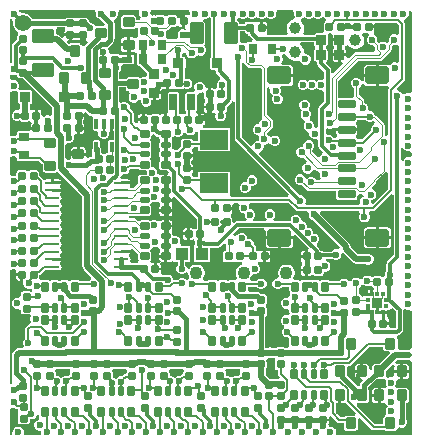
<source format=gbl>
G04*
G04 #@! TF.GenerationSoftware,Altium Limited,Altium Designer,23.4.1 (23)*
G04*
G04 Layer_Physical_Order=4*
G04 Layer_Color=16711680*
%FSLAX25Y25*%
%MOIN*%
G70*
G04*
G04 #@! TF.SameCoordinates,4B0A588D-1AC6-410B-B069-DFE6D3FFDE1E*
G04*
G04*
G04 #@! TF.FilePolarity,Positive*
G04*
G01*
G75*
%ADD10C,0.00787*%
%ADD11C,0.00984*%
%ADD15C,0.00591*%
%ADD19C,0.01968*%
%ADD22R,0.12992X0.00787*%
%ADD23R,0.06693X0.00787*%
%ADD24R,0.00787X0.12992*%
%ADD25R,0.05512X0.00787*%
%ADD26R,0.25197X0.00787*%
%ADD27R,0.00787X0.38189*%
%ADD28R,0.00787X0.09055*%
%ADD29R,0.00787X0.06299*%
%ADD30R,0.00787X0.24803*%
%ADD31R,0.00787X0.27559*%
%ADD32R,0.00787X0.14567*%
%ADD33R,0.00787X0.01575*%
G04:AMPARAMS|DCode=34|XSize=25.59mil|YSize=31.5mil|CornerRadius=2.56mil|HoleSize=0mil|Usage=FLASHONLY|Rotation=270.000|XOffset=0mil|YOffset=0mil|HoleType=Round|Shape=RoundedRectangle|*
%AMROUNDEDRECTD34*
21,1,0.02559,0.02638,0,0,270.0*
21,1,0.02047,0.03150,0,0,270.0*
1,1,0.00512,-0.01319,-0.01024*
1,1,0.00512,-0.01319,0.01024*
1,1,0.00512,0.01319,0.01024*
1,1,0.00512,0.01319,-0.01024*
%
%ADD34ROUNDEDRECTD34*%
G04:AMPARAMS|DCode=35|XSize=17.72mil|YSize=31.5mil|CornerRadius=1.77mil|HoleSize=0mil|Usage=FLASHONLY|Rotation=270.000|XOffset=0mil|YOffset=0mil|HoleType=Round|Shape=RoundedRectangle|*
%AMROUNDEDRECTD35*
21,1,0.01772,0.02795,0,0,270.0*
21,1,0.01417,0.03150,0,0,270.0*
1,1,0.00354,-0.01398,-0.00709*
1,1,0.00354,-0.01398,0.00709*
1,1,0.00354,0.01398,0.00709*
1,1,0.00354,0.01398,-0.00709*
%
%ADD35ROUNDEDRECTD35*%
G04:AMPARAMS|DCode=39|XSize=27.56mil|YSize=23.62mil|CornerRadius=2.36mil|HoleSize=0mil|Usage=FLASHONLY|Rotation=90.000|XOffset=0mil|YOffset=0mil|HoleType=Round|Shape=RoundedRectangle|*
%AMROUNDEDRECTD39*
21,1,0.02756,0.01890,0,0,90.0*
21,1,0.02284,0.02362,0,0,90.0*
1,1,0.00472,0.00945,0.01142*
1,1,0.00472,0.00945,-0.01142*
1,1,0.00472,-0.00945,-0.01142*
1,1,0.00472,-0.00945,0.01142*
%
%ADD39ROUNDEDRECTD39*%
G04:AMPARAMS|DCode=43|XSize=27.56mil|YSize=23.62mil|CornerRadius=2.36mil|HoleSize=0mil|Usage=FLASHONLY|Rotation=180.000|XOffset=0mil|YOffset=0mil|HoleType=Round|Shape=RoundedRectangle|*
%AMROUNDEDRECTD43*
21,1,0.02756,0.01890,0,0,180.0*
21,1,0.02284,0.02362,0,0,180.0*
1,1,0.00472,-0.01142,0.00945*
1,1,0.00472,0.01142,0.00945*
1,1,0.00472,0.01142,-0.00945*
1,1,0.00472,-0.01142,-0.00945*
%
%ADD43ROUNDEDRECTD43*%
G04:AMPARAMS|DCode=45|XSize=35.43mil|YSize=37.4mil|CornerRadius=3.54mil|HoleSize=0mil|Usage=FLASHONLY|Rotation=270.000|XOffset=0mil|YOffset=0mil|HoleType=Round|Shape=RoundedRectangle|*
%AMROUNDEDRECTD45*
21,1,0.03543,0.03032,0,0,270.0*
21,1,0.02835,0.03740,0,0,270.0*
1,1,0.00709,-0.01516,-0.01417*
1,1,0.00709,-0.01516,0.01417*
1,1,0.00709,0.01516,0.01417*
1,1,0.00709,0.01516,-0.01417*
%
%ADD45ROUNDEDRECTD45*%
G04:AMPARAMS|DCode=49|XSize=27.56mil|YSize=36.22mil|CornerRadius=2.76mil|HoleSize=0mil|Usage=FLASHONLY|Rotation=0.000|XOffset=0mil|YOffset=0mil|HoleType=Round|Shape=RoundedRectangle|*
%AMROUNDEDRECTD49*
21,1,0.02756,0.03071,0,0,0.0*
21,1,0.02205,0.03622,0,0,0.0*
1,1,0.00551,0.01102,-0.01535*
1,1,0.00551,-0.01102,-0.01535*
1,1,0.00551,-0.01102,0.01535*
1,1,0.00551,0.01102,0.01535*
%
%ADD49ROUNDEDRECTD49*%
G04:AMPARAMS|DCode=51|XSize=35.43mil|YSize=37.4mil|CornerRadius=3.54mil|HoleSize=0mil|Usage=FLASHONLY|Rotation=270.000|XOffset=0mil|YOffset=0mil|HoleType=Round|Shape=RoundedRectangle|*
%AMROUNDEDRECTD51*
21,1,0.03543,0.03032,0,0,270.0*
21,1,0.02835,0.03740,0,0,270.0*
1,1,0.00709,-0.01516,-0.01417*
1,1,0.00709,-0.01516,0.01417*
1,1,0.00709,0.01516,0.01417*
1,1,0.00709,0.01516,-0.01417*
%
%ADD51ROUNDEDRECTD51*%
%ADD85C,0.00492*%
%ADD86C,0.01181*%
%ADD87C,0.01260*%
%ADD88C,0.01575*%
%ADD90C,0.02362*%
%ADD91C,0.04331*%
%ADD92C,0.03900*%
%ADD93C,0.05512*%
G04:AMPARAMS|DCode=94|XSize=33.47mil|YSize=33.47mil|CornerRadius=3.35mil|HoleSize=0mil|Usage=FLASHONLY|Rotation=90.000|XOffset=0mil|YOffset=0mil|HoleType=Round|Shape=RoundedRectangle|*
%AMROUNDEDRECTD94*
21,1,0.03347,0.02677,0,0,90.0*
21,1,0.02677,0.03347,0,0,90.0*
1,1,0.00669,0.01339,0.01339*
1,1,0.00669,0.01339,-0.01339*
1,1,0.00669,-0.01339,-0.01339*
1,1,0.00669,-0.01339,0.01339*
%
%ADD94ROUNDEDRECTD94*%
G04:AMPARAMS|DCode=95|XSize=25.59mil|YSize=31.5mil|CornerRadius=2.56mil|HoleSize=0mil|Usage=FLASHONLY|Rotation=0.000|XOffset=0mil|YOffset=0mil|HoleType=Round|Shape=RoundedRectangle|*
%AMROUNDEDRECTD95*
21,1,0.02559,0.02638,0,0,0.0*
21,1,0.02047,0.03150,0,0,0.0*
1,1,0.00512,0.01024,-0.01319*
1,1,0.00512,-0.01024,-0.01319*
1,1,0.00512,-0.01024,0.01319*
1,1,0.00512,0.01024,0.01319*
%
%ADD95ROUNDEDRECTD95*%
G04:AMPARAMS|DCode=96|XSize=17.72mil|YSize=31.5mil|CornerRadius=1.77mil|HoleSize=0mil|Usage=FLASHONLY|Rotation=0.000|XOffset=0mil|YOffset=0mil|HoleType=Round|Shape=RoundedRectangle|*
%AMROUNDEDRECTD96*
21,1,0.01772,0.02795,0,0,0.0*
21,1,0.01417,0.03150,0,0,0.0*
1,1,0.00354,0.00709,-0.01398*
1,1,0.00354,-0.00709,-0.01398*
1,1,0.00354,-0.00709,0.01398*
1,1,0.00354,0.00709,0.01398*
%
%ADD96ROUNDEDRECTD96*%
G04:AMPARAMS|DCode=97|XSize=33.47mil|YSize=33.47mil|CornerRadius=3.35mil|HoleSize=0mil|Usage=FLASHONLY|Rotation=0.000|XOffset=0mil|YOffset=0mil|HoleType=Round|Shape=RoundedRectangle|*
%AMROUNDEDRECTD97*
21,1,0.03347,0.02677,0,0,0.0*
21,1,0.02677,0.03347,0,0,0.0*
1,1,0.00669,0.01339,-0.01339*
1,1,0.00669,-0.01339,-0.01339*
1,1,0.00669,-0.01339,0.01339*
1,1,0.00669,0.01339,0.01339*
%
%ADD97ROUNDEDRECTD97*%
G04:AMPARAMS|DCode=98|XSize=78.74mil|YSize=57.09mil|CornerRadius=5.71mil|HoleSize=0mil|Usage=FLASHONLY|Rotation=180.000|XOffset=0mil|YOffset=0mil|HoleType=Round|Shape=RoundedRectangle|*
%AMROUNDEDRECTD98*
21,1,0.07874,0.04567,0,0,180.0*
21,1,0.06732,0.05709,0,0,180.0*
1,1,0.01142,-0.03366,0.02284*
1,1,0.01142,0.03366,0.02284*
1,1,0.01142,0.03366,-0.02284*
1,1,0.01142,-0.03366,-0.02284*
%
%ADD98ROUNDEDRECTD98*%
G04:AMPARAMS|DCode=99|XSize=59.06mil|YSize=25.59mil|CornerRadius=2.56mil|HoleSize=0mil|Usage=FLASHONLY|Rotation=180.000|XOffset=0mil|YOffset=0mil|HoleType=Round|Shape=RoundedRectangle|*
%AMROUNDEDRECTD99*
21,1,0.05906,0.02047,0,0,180.0*
21,1,0.05394,0.02559,0,0,180.0*
1,1,0.00512,-0.02697,0.01024*
1,1,0.00512,0.02697,0.01024*
1,1,0.00512,0.02697,-0.01024*
1,1,0.00512,-0.02697,-0.01024*
%
%ADD99ROUNDEDRECTD99*%
G04:AMPARAMS|DCode=100|XSize=35.43mil|YSize=37.4mil|CornerRadius=3.54mil|HoleSize=0mil|Usage=FLASHONLY|Rotation=180.000|XOffset=0mil|YOffset=0mil|HoleType=Round|Shape=RoundedRectangle|*
%AMROUNDEDRECTD100*
21,1,0.03543,0.03032,0,0,180.0*
21,1,0.02835,0.03740,0,0,180.0*
1,1,0.00709,-0.01417,0.01516*
1,1,0.00709,0.01417,0.01516*
1,1,0.00709,0.01417,-0.01516*
1,1,0.00709,-0.01417,-0.01516*
%
%ADD100ROUNDEDRECTD100*%
%ADD101R,0.01378X0.01476*%
%ADD102R,0.01968X0.01968*%
G04:AMPARAMS|DCode=103|XSize=12.6mil|YSize=31.5mil|CornerRadius=1.26mil|HoleSize=0mil|Usage=FLASHONLY|Rotation=180.000|XOffset=0mil|YOffset=0mil|HoleType=Round|Shape=RoundedRectangle|*
%AMROUNDEDRECTD103*
21,1,0.01260,0.02898,0,0,180.0*
21,1,0.01008,0.03150,0,0,180.0*
1,1,0.00252,-0.00504,0.01449*
1,1,0.00252,0.00504,0.01449*
1,1,0.00252,0.00504,-0.01449*
1,1,0.00252,-0.00504,-0.01449*
%
%ADD103ROUNDEDRECTD103*%
%ADD104O,0.04961X0.00984*%
G04:AMPARAMS|DCode=105|XSize=70.87mil|YSize=45.28mil|CornerRadius=4.53mil|HoleSize=0mil|Usage=FLASHONLY|Rotation=0.000|XOffset=0mil|YOffset=0mil|HoleType=Round|Shape=RoundedRectangle|*
%AMROUNDEDRECTD105*
21,1,0.07087,0.03622,0,0,0.0*
21,1,0.06181,0.04528,0,0,0.0*
1,1,0.00906,0.03091,-0.01811*
1,1,0.00906,-0.03091,-0.01811*
1,1,0.00906,-0.03091,0.01811*
1,1,0.00906,0.03091,0.01811*
%
%ADD105ROUNDEDRECTD105*%
G04:AMPARAMS|DCode=106|XSize=35.83mil|YSize=33.47mil|CornerRadius=3.35mil|HoleSize=0mil|Usage=FLASHONLY|Rotation=0.000|XOffset=0mil|YOffset=0mil|HoleType=Round|Shape=RoundedRectangle|*
%AMROUNDEDRECTD106*
21,1,0.03583,0.02677,0,0,0.0*
21,1,0.02913,0.03347,0,0,0.0*
1,1,0.00669,0.01457,-0.01339*
1,1,0.00669,-0.01457,-0.01339*
1,1,0.00669,-0.01457,0.01339*
1,1,0.00669,0.01457,0.01339*
%
%ADD106ROUNDEDRECTD106*%
%ADD107R,0.09449X0.06693*%
%ADD108R,0.01476X0.01378*%
G04:AMPARAMS|DCode=109|XSize=27.56mil|YSize=55.12mil|CornerRadius=2.76mil|HoleSize=0mil|Usage=FLASHONLY|Rotation=0.000|XOffset=0mil|YOffset=0mil|HoleType=Round|Shape=RoundedRectangle|*
%AMROUNDEDRECTD109*
21,1,0.02756,0.04961,0,0,0.0*
21,1,0.02205,0.05512,0,0,0.0*
1,1,0.00551,0.01102,-0.02480*
1,1,0.00551,-0.01102,-0.02480*
1,1,0.00551,-0.01102,0.02480*
1,1,0.00551,0.01102,0.02480*
%
%ADD109ROUNDEDRECTD109*%
G04:AMPARAMS|DCode=110|XSize=35.43mil|YSize=37.4mil|CornerRadius=3.54mil|HoleSize=0mil|Usage=FLASHONLY|Rotation=180.000|XOffset=0mil|YOffset=0mil|HoleType=Round|Shape=RoundedRectangle|*
%AMROUNDEDRECTD110*
21,1,0.03543,0.03032,0,0,180.0*
21,1,0.02835,0.03740,0,0,180.0*
1,1,0.00709,-0.01417,0.01516*
1,1,0.00709,0.01417,0.01516*
1,1,0.00709,0.01417,-0.01516*
1,1,0.00709,-0.01417,-0.01516*
%
%ADD110ROUNDEDRECTD110*%
%ADD111R,0.03937X0.04331*%
G04:AMPARAMS|DCode=112|XSize=70.87mil|YSize=45.28mil|CornerRadius=4.53mil|HoleSize=0mil|Usage=FLASHONLY|Rotation=90.000|XOffset=0mil|YOffset=0mil|HoleType=Round|Shape=RoundedRectangle|*
%AMROUNDEDRECTD112*
21,1,0.07087,0.03622,0,0,90.0*
21,1,0.06181,0.04528,0,0,90.0*
1,1,0.00906,0.01811,0.03091*
1,1,0.00906,0.01811,-0.03091*
1,1,0.00906,-0.01811,-0.03091*
1,1,0.00906,-0.01811,0.03091*
%
%ADD112ROUNDEDRECTD112*%
G04:AMPARAMS|DCode=113|XSize=27.56mil|YSize=36.22mil|CornerRadius=2.76mil|HoleSize=0mil|Usage=FLASHONLY|Rotation=90.000|XOffset=0mil|YOffset=0mil|HoleType=Round|Shape=RoundedRectangle|*
%AMROUNDEDRECTD113*
21,1,0.02756,0.03071,0,0,90.0*
21,1,0.02205,0.03622,0,0,90.0*
1,1,0.00551,0.01535,0.01102*
1,1,0.00551,0.01535,-0.01102*
1,1,0.00551,-0.01535,-0.01102*
1,1,0.00551,-0.01535,0.01102*
%
%ADD113ROUNDEDRECTD113*%
G36*
X60057Y140945D02*
X60039Y140904D01*
Y140384D01*
X59721Y140151D01*
X59509Y140051D01*
X59312Y139996D01*
X59141Y140110D01*
X58819Y140174D01*
X58366D01*
Y138189D01*
Y135945D01*
X58697Y135417D01*
X58598Y135213D01*
X58379D01*
X57978Y135379D01*
X57273D01*
X56622Y135110D01*
X56124Y134611D01*
X55854Y133960D01*
Y133255D01*
X55999Y132905D01*
X55582Y132117D01*
X52491D01*
X52317Y132376D01*
X52031Y132568D01*
X51975Y133348D01*
Y134053D01*
X51937Y134144D01*
X51935Y134218D01*
X52246Y134990D01*
X52522Y135174D01*
X53552Y136204D01*
X54882D01*
X55204Y136268D01*
X55464Y136442D01*
X55487Y136451D01*
X56324D01*
X56347Y136442D01*
X56607Y136268D01*
X56929Y136204D01*
X57382D01*
Y138189D01*
Y140174D01*
X56929D01*
X56607Y140110D01*
X56347Y139936D01*
X56324Y139927D01*
X55487D01*
X55464Y139936D01*
X55204Y140110D01*
X54882Y140174D01*
X52992D01*
X52670Y140110D01*
X52410Y139936D01*
X52387Y139927D01*
X51550D01*
X51527Y139936D01*
X51267Y140110D01*
X50945Y140174D01*
X49055D01*
X48733Y140110D01*
X48484Y139944D01*
X48342Y140002D01*
X47638D01*
X47380Y139896D01*
X47159Y139988D01*
X46654Y140428D01*
Y140904D01*
X46637Y140945D01*
X47163Y141732D01*
X59530D01*
X60057Y140945D01*
D02*
G37*
G36*
X94702D02*
X94685Y140904D01*
Y140199D01*
X94955Y139548D01*
X95088Y139415D01*
X94762Y138627D01*
X94732D01*
X93986Y138427D01*
X93317Y138041D01*
X92770Y137495D01*
X92384Y136826D01*
X92184Y136079D01*
Y135307D01*
X92384Y134560D01*
X92593Y134198D01*
X92202Y133411D01*
X85751D01*
X85527Y133955D01*
X85475Y134198D01*
X85628Y134427D01*
X85692Y134749D01*
Y135399D01*
X83904D01*
Y135891D01*
X83412D01*
Y137876D01*
X82959D01*
X82636Y137812D01*
X82377Y137638D01*
X82354Y137629D01*
X81516D01*
X81494Y137638D01*
X81235Y137812D01*
X80912Y137876D01*
X79022D01*
X78699Y137812D01*
X78426Y137629D01*
X78243Y137355D01*
X78192Y137095D01*
X76510D01*
X76436Y137468D01*
X76205Y137813D01*
X75860Y138043D01*
X75614Y138092D01*
Y138877D01*
X76380Y139195D01*
X76499Y139106D01*
X76556Y139049D01*
X77207Y138779D01*
X77912D01*
X78563Y139049D01*
X78619Y139106D01*
X79134Y139493D01*
X79648Y139106D01*
X79705Y139049D01*
X80356Y138779D01*
X81061D01*
X81712Y139049D01*
X81769Y139106D01*
X82284Y139493D01*
X82798Y139106D01*
X82855Y139049D01*
X83506Y138779D01*
X84211D01*
X84862Y139049D01*
X84919Y139106D01*
X85433Y139493D01*
X85948Y139106D01*
X86004Y139049D01*
X86655Y138779D01*
X87360D01*
X88011Y139049D01*
X88510Y139548D01*
X88779Y140199D01*
Y140904D01*
X88762Y140945D01*
X89289Y141732D01*
X94176D01*
X94702Y140945D01*
D02*
G37*
G36*
X43127D02*
X43110Y140904D01*
Y140199D01*
X43380Y139548D01*
X43551Y139377D01*
X43225Y138589D01*
X42036D01*
Y139154D01*
X41963Y139522D01*
X41754Y139835D01*
X41442Y140044D01*
X41073Y140117D01*
X38041D01*
X37673Y140044D01*
X37360Y139835D01*
X37151Y139522D01*
X37078Y139154D01*
Y136319D01*
X37151Y135950D01*
X37360Y135638D01*
X37673Y135429D01*
X38041Y135355D01*
X41073D01*
X41442Y135429D01*
X41754Y135638D01*
X41963Y135950D01*
X42700Y135787D01*
Y133504D01*
X42732Y133347D01*
X42780Y133034D01*
X42200Y132367D01*
X41783Y132355D01*
X41692Y132396D01*
X41442Y132563D01*
X41073Y132637D01*
X40049D01*
Y130256D01*
Y127875D01*
X41073D01*
X41442Y127948D01*
X42208Y127602D01*
X42339Y127291D01*
X42306Y127126D01*
Y124055D01*
X42373Y123717D01*
X42564Y123431D01*
X42851Y123239D01*
X43189Y123172D01*
X43293D01*
X43347Y123091D01*
X45649Y120789D01*
X45597Y119965D01*
X44964Y119540D01*
X44260D01*
X43608Y119270D01*
X43459Y119121D01*
X43266Y119140D01*
X42953Y119349D01*
X42584Y119422D01*
X39553D01*
X39184Y119349D01*
X38872Y119140D01*
X38740Y118942D01*
X36371D01*
Y121059D01*
X36835Y121523D01*
X37105Y122174D01*
Y122879D01*
X37650Y123622D01*
X41339D01*
Y126772D01*
X36614D01*
X36614Y126772D01*
Y126772D01*
X36540Y126874D01*
X36496Y126935D01*
X36222Y127117D01*
X36222Y127117D01*
X35900Y127181D01*
X34010D01*
X33687Y127117D01*
X33568Y127038D01*
X32892Y127463D01*
X32907Y127499D01*
Y128203D01*
X32637Y128855D01*
X33072Y129533D01*
X34448Y130909D01*
X34753Y131364D01*
X34860Y131902D01*
Y137411D01*
X34753Y137949D01*
X34698Y138031D01*
X34692Y138077D01*
X34960Y138898D01*
X35011Y138948D01*
X35256Y139049D01*
X35754Y139548D01*
X36024Y140199D01*
Y140904D01*
X36007Y140945D01*
X36533Y141732D01*
X42601D01*
X43127Y140945D01*
D02*
G37*
G36*
X28560D02*
X28543Y140904D01*
Y140199D01*
X28813Y139548D01*
X29311Y139049D01*
X29963Y138779D01*
X30100D01*
X31715Y137164D01*
X31389Y136377D01*
X28789D01*
X28438Y136307D01*
X28282Y136684D01*
X27783Y137182D01*
X27132Y137452D01*
X26995D01*
X26445Y138001D01*
X26197Y138167D01*
Y138347D01*
X26133Y138669D01*
X25950Y138943D01*
X25677Y139125D01*
X25354Y139189D01*
X23071D01*
X22748Y139125D01*
X22605Y139029D01*
X22146Y138979D01*
X21687Y139029D01*
X21543Y139125D01*
X21220Y139189D01*
X18937D01*
X18614Y139125D01*
X18341Y138943D01*
X18250Y138806D01*
X7384D01*
X7009Y139456D01*
X6385Y140079D01*
X5622Y140520D01*
X4771Y140748D01*
X3890D01*
X3740Y140708D01*
X3727Y140711D01*
X3636Y140945D01*
X4176Y141732D01*
X28034D01*
X28560Y140945D01*
D02*
G37*
G36*
X129607Y136789D02*
Y133967D01*
X128819Y133530D01*
X128502Y133661D01*
X127797D01*
X127146Y133392D01*
X126648Y132893D01*
X126378Y132242D01*
Y131537D01*
X126440Y131387D01*
X125719Y130666D01*
X125405Y130980D01*
X124754Y131250D01*
X124049D01*
X123398Y130980D01*
X123097Y130679D01*
X123085Y130680D01*
X122379Y131387D01*
X122441Y131537D01*
Y132242D01*
X122171Y132893D01*
X121673Y133392D01*
X121305Y133544D01*
X121188Y134389D01*
X121193Y134392D01*
X121376Y134666D01*
X121440Y134988D01*
Y135638D01*
X119652D01*
Y136622D01*
X121440D01*
Y137272D01*
X121600Y137467D01*
X128929D01*
X129607Y136789D01*
D02*
G37*
G36*
X98546Y139106D02*
X98603Y139049D01*
X99254Y138779D01*
X99959D01*
X100610Y139049D01*
X100667Y139106D01*
X101181Y139493D01*
X101696Y139106D01*
X101752Y139049D01*
X102403Y138779D01*
X103108D01*
X103760Y139049D01*
X103816Y139106D01*
X104331Y139493D01*
X104845Y139106D01*
X104902Y139049D01*
X105296Y138886D01*
X105216Y138067D01*
X105132Y138050D01*
X104858Y137868D01*
X104676Y137594D01*
X104612Y137272D01*
Y134988D01*
X104623Y134930D01*
X104230Y134275D01*
X104078Y134142D01*
X102244D01*
X101883Y134071D01*
X101577Y133866D01*
X101373Y133560D01*
X101343Y133411D01*
X98035D01*
X97643Y134198D01*
X97852Y134560D01*
X98052Y135307D01*
Y136079D01*
X97852Y136826D01*
X97466Y137495D01*
X96922Y138039D01*
X96911Y138111D01*
X97046Y138877D01*
X97460Y139049D01*
X97517Y139106D01*
X98032Y139493D01*
X98546Y139106D01*
D02*
G37*
G36*
X78243Y134427D02*
X78426Y134153D01*
X78699Y133970D01*
X79022Y133906D01*
X79374D01*
X79445Y133549D01*
X79706Y133158D01*
X80819Y132044D01*
X80493Y131257D01*
X79803D01*
X79465Y131190D01*
X79179Y130999D01*
X79179Y130998D01*
X78704Y130709D01*
X78183Y130702D01*
X77836Y130846D01*
X77265D01*
X77125Y130852D01*
X76516Y131444D01*
Y134687D01*
X78192D01*
X78243Y134427D01*
D02*
G37*
G36*
X1021Y138006D02*
X1025Y137992D01*
X984Y137842D01*
Y136961D01*
X1212Y136110D01*
X1653Y135347D01*
X2276Y134724D01*
X2479Y134606D01*
X2549Y134386D01*
X2596Y133630D01*
X2544Y133551D01*
X2479Y133228D01*
Y132199D01*
X1019Y130738D01*
X787Y130392D01*
X729Y130383D01*
X0Y130759D01*
Y137556D01*
X787Y138096D01*
X1021Y138006D01*
D02*
G37*
G36*
X129607Y129813D02*
Y124662D01*
X128819Y124198D01*
X128547Y124311D01*
X127842D01*
X127191Y124041D01*
X126693Y123543D01*
X126667Y123481D01*
X126260Y123358D01*
X125807Y123448D01*
X122933D01*
Y119980D01*
X122441D01*
D01*
X122933D01*
Y116513D01*
X125807D01*
X125910Y116533D01*
X126285Y115913D01*
X126310Y115810D01*
X126111Y115513D01*
X126035Y115129D01*
Y100299D01*
X125273Y99780D01*
X125039Y99858D01*
X124826Y100042D01*
Y103364D01*
X124761Y103691D01*
X124576Y103967D01*
X121977Y106566D01*
X121701Y106751D01*
X121560Y106779D01*
X121384Y107204D01*
X120885Y107703D01*
X120234Y107972D01*
X119891D01*
X119353Y108649D01*
X119340Y108700D01*
X119368Y108767D01*
Y109472D01*
X119098Y110123D01*
X118600Y110622D01*
X118089Y110833D01*
Y111469D01*
X118025Y111795D01*
X117840Y112072D01*
X116306Y113605D01*
Y115857D01*
X116456Y115919D01*
X116955Y116418D01*
X117224Y117069D01*
X117872Y117219D01*
X118012Y117197D01*
X118237Y116859D01*
X118622Y116603D01*
X119075Y116513D01*
X121949D01*
Y119488D01*
X117891D01*
Y118223D01*
X117103Y118066D01*
X116955Y118425D01*
X116456Y118923D01*
X115805Y119193D01*
X115100D01*
X114449Y118923D01*
X113951Y118425D01*
X113681Y117774D01*
Y117069D01*
X113951Y116418D01*
X114449Y115919D01*
X114600Y115857D01*
Y113252D01*
X114133Y112578D01*
X114008Y112497D01*
X109508D01*
X109367Y112613D01*
Y118270D01*
X115933Y124836D01*
X123327D01*
X123653Y124901D01*
X123930Y125086D01*
X126924Y128080D01*
X127109Y128357D01*
X127174Y128683D01*
Y129624D01*
X127790Y130121D01*
X127797Y130118D01*
X128502D01*
X128819Y130250D01*
X129607Y129813D01*
D02*
G37*
G36*
X18332Y135874D02*
X18341Y135852D01*
Y135014D01*
X18332Y134992D01*
X18158Y134732D01*
X18094Y134409D01*
Y133957D01*
X20079D01*
Y133465D01*
X20571D01*
Y131677D01*
X21220D01*
X21543Y131741D01*
X21630Y131799D01*
X21837Y131924D01*
X22454D01*
X22662Y131799D01*
X22748Y131741D01*
X23071Y131677D01*
X23720D01*
Y133465D01*
X24705D01*
Y131677D01*
X25354D01*
X25483Y131702D01*
X25927Y131033D01*
X25132Y130238D01*
X24828Y129782D01*
X24821Y129746D01*
X24034Y129744D01*
X23961Y130113D01*
X23752Y130425D01*
X23439Y130634D01*
X23071Y130708D01*
X20236D01*
X19868Y130634D01*
X19555Y130425D01*
X19451Y130415D01*
X18948Y130994D01*
X19246Y131677D01*
X19587D01*
Y132973D01*
X18094D01*
Y132829D01*
X17319Y132490D01*
X16697Y133113D01*
X16176Y133460D01*
X15561Y133583D01*
X15178Y134202D01*
Y135068D01*
X15150Y135209D01*
X15544Y135864D01*
X15695Y135997D01*
X18250D01*
X18332Y135874D01*
D02*
G37*
G36*
X118125Y134383D02*
X118385Y134209D01*
X118707Y134145D01*
X119427D01*
X119621Y133533D01*
X119632Y133358D01*
X119167Y132893D01*
X118898Y132242D01*
Y131537D01*
X119167Y130886D01*
X119666Y130388D01*
X120317Y130118D01*
X121022D01*
X121629Y129609D01*
Y128683D01*
X121629Y128683D01*
X121683Y128413D01*
X121678Y128331D01*
X121249Y127626D01*
X115131D01*
X114804Y127561D01*
X114527Y127376D01*
X112873Y125721D01*
X112085Y126047D01*
Y126378D01*
X110295D01*
Y124588D01*
X110626D01*
X110952Y123801D01*
X107784Y120633D01*
X107057Y120934D01*
Y121776D01*
X107057Y121776D01*
X106965Y122237D01*
X106704Y122627D01*
X106704Y122627D01*
X105441Y123891D01*
X105411Y124034D01*
X105584Y124861D01*
X105588Y124864D01*
X105793Y125171D01*
X105865Y125531D01*
Y128209D01*
X105793Y128570D01*
X105588Y128876D01*
X105510Y128928D01*
X105480Y129023D01*
Y129707D01*
X105510Y129803D01*
X105588Y129855D01*
X105793Y130161D01*
X105865Y130522D01*
Y133199D01*
X105833Y133358D01*
X106172Y133959D01*
X106284Y134077D01*
X107102D01*
X107279Y133890D01*
X107516Y133535D01*
X107558Y133385D01*
X107521Y133199D01*
Y132352D01*
X109803D01*
Y131368D01*
X107521D01*
Y130522D01*
X107593Y130161D01*
X107798Y129855D01*
X107876Y129803D01*
X107906Y129707D01*
Y129023D01*
X107876Y128928D01*
X107798Y128876D01*
X107593Y128570D01*
X107521Y128209D01*
Y127362D01*
X112085D01*
Y128209D01*
X112013Y128570D01*
X111809Y128876D01*
X111731Y128928D01*
X111701Y129023D01*
Y129707D01*
X111731Y129803D01*
X111809Y129855D01*
X111848Y129914D01*
X112634Y129974D01*
X112741Y129941D01*
X112770Y129891D01*
X113317Y129345D01*
X113986Y128959D01*
X114732Y128759D01*
X115505D01*
X116251Y128959D01*
X116920Y129345D01*
X117466Y129891D01*
X117852Y130560D01*
X118052Y131307D01*
Y132079D01*
X117852Y132826D01*
X117466Y133495D01*
X117409Y133552D01*
X117399Y133605D01*
X118056Y134392D01*
X118103D01*
X118125Y134383D01*
D02*
G37*
G36*
X67107Y139030D02*
Y126058D01*
X66990Y125980D01*
X66786Y125674D01*
X66714Y125313D01*
Y122636D01*
X66786Y122275D01*
X66990Y121969D01*
X67296Y121764D01*
X67658Y121692D01*
X68043D01*
X68674Y121326D01*
X68765Y120865D01*
X69027Y120475D01*
X70099Y119403D01*
X69914Y118474D01*
X69800Y118426D01*
X69301Y117928D01*
X69032Y117277D01*
Y116572D01*
X69071Y116476D01*
X69115Y116225D01*
X68505Y115517D01*
X68085D01*
X68063Y115526D01*
X67803Y115700D01*
X67480Y115764D01*
X67028D01*
Y113779D01*
X66043D01*
Y115764D01*
X65591D01*
X65001Y116338D01*
X64982Y116385D01*
X64732Y116989D01*
X64233Y117487D01*
X63582Y117757D01*
X62877D01*
X62226Y117487D01*
X61728Y116989D01*
X61458Y116338D01*
Y115633D01*
X61627Y115225D01*
X61604Y115103D01*
X61304Y114591D01*
X61158Y114455D01*
X59281D01*
X58943Y114388D01*
X58656Y114197D01*
X58465Y113910D01*
X58398Y113572D01*
Y108612D01*
X58465Y108274D01*
X58656Y107988D01*
Y107215D01*
X58223D01*
X57900Y107151D01*
X57426Y107048D01*
X57033Y107205D01*
X56710Y107269D01*
X56247D01*
Y108051D01*
X56396Y108274D01*
X56463Y108612D01*
Y113572D01*
X56396Y113910D01*
X56204Y114197D01*
X55918Y114388D01*
X55580Y114455D01*
X53375D01*
X53037Y114388D01*
X52751Y114197D01*
X52560Y113910D01*
X52492Y113572D01*
Y108612D01*
X52560Y108274D01*
X52705Y108057D01*
X52625Y107723D01*
X52408Y107269D01*
X52320D01*
Y105285D01*
X51336D01*
Y107269D01*
X50883D01*
X50561Y107205D01*
X49966Y106932D01*
X49693Y107115D01*
X49693Y107115D01*
X49370Y107179D01*
X47481D01*
X47158Y107115D01*
X46898Y106941D01*
X46876Y106932D01*
X46038D01*
X46016Y106941D01*
X45756Y107115D01*
X45433Y107179D01*
X44981D01*
Y105194D01*
X44488D01*
Y104702D01*
X42701D01*
Y104322D01*
X42586Y104125D01*
X41860Y103980D01*
X41261Y104511D01*
Y107195D01*
X41184Y107579D01*
X40967Y107905D01*
X39874Y108997D01*
X39874Y108997D01*
Y109702D01*
X39605Y110353D01*
X39106Y110851D01*
X38455Y111121D01*
X37750D01*
X37099Y110851D01*
X36371Y111237D01*
Y116132D01*
X38590D01*
Y115624D01*
X38663Y115255D01*
X38872Y114943D01*
X39184Y114734D01*
X39553Y114661D01*
X39647D01*
X39973Y113873D01*
X39791Y113691D01*
X39522Y113040D01*
Y112335D01*
X39791Y111684D01*
X40290Y111186D01*
X40941Y110916D01*
X41646D01*
X42297Y111186D01*
X42795Y111684D01*
X42873Y111872D01*
X43601Y111675D01*
Y110970D01*
X43870Y110319D01*
X44369Y109820D01*
X45020Y109551D01*
X45725D01*
X46376Y109820D01*
X46874Y110319D01*
X47144Y110970D01*
Y111675D01*
X47289Y111891D01*
X47539D01*
Y114173D01*
X48031D01*
Y114665D01*
X50313D01*
Y115036D01*
X51095Y115402D01*
X51417Y115338D01*
X51870D01*
Y117323D01*
X52854D01*
Y115338D01*
X53307D01*
X53630Y115402D01*
X53890Y115576D01*
X53912Y115585D01*
X54750D01*
X54772Y115576D01*
X55032Y115402D01*
X55354Y115338D01*
X57244D01*
X57567Y115402D01*
X57840Y115585D01*
X57860Y115615D01*
X57982Y115627D01*
X58634Y115357D01*
X59338D01*
X59989Y115627D01*
X60488Y116125D01*
X60757Y116776D01*
Y117481D01*
X60488Y118132D01*
X59989Y118631D01*
X59338Y118900D01*
X58634D01*
X58231Y119169D01*
Y121959D01*
X58246Y121969D01*
X58450Y122275D01*
X58522Y122636D01*
Y125313D01*
X58450Y125674D01*
X58246Y125980D01*
X57940Y126184D01*
X57579Y126256D01*
X57315D01*
Y127071D01*
X57600Y127357D01*
X58486Y127462D01*
X58765Y127256D01*
Y127050D01*
X59035Y126399D01*
X59533Y125900D01*
X60184Y125631D01*
X60889D01*
X61540Y125900D01*
X62038Y126399D01*
X62985Y126627D01*
X63151Y126559D01*
X63856D01*
X64507Y126829D01*
X65005Y127327D01*
X65275Y127978D01*
Y128683D01*
X65005Y129334D01*
X64788Y130127D01*
X65018Y130472D01*
X65099Y130879D01*
Y137061D01*
X65018Y137468D01*
X64788Y137813D01*
X64443Y138043D01*
X64428Y138067D01*
X64707Y138779D01*
X65313D01*
X65964Y139049D01*
X66021Y139106D01*
X66488Y139457D01*
X67107Y139030D01*
D02*
G37*
G36*
X101301Y130522D02*
X101373Y130161D01*
X101577Y129855D01*
X101655Y129803D01*
X101685Y129707D01*
Y129023D01*
X101655Y128928D01*
X101577Y128876D01*
X101373Y128570D01*
X101301Y128209D01*
Y125531D01*
X101373Y125171D01*
X101577Y124864D01*
X101883Y124660D01*
X102307Y124117D01*
X102399Y123656D01*
X102660Y123266D01*
X104648Y121277D01*
Y119172D01*
X103941Y118613D01*
X103236D01*
X102585Y118343D01*
X102135Y117892D01*
X101684Y118343D01*
X101033Y118613D01*
X100328D01*
X99677Y118343D01*
X99209Y117876D01*
X98742Y118343D01*
X98091Y118613D01*
X97386D01*
X96735Y118343D01*
X96236Y117845D01*
X95967Y117193D01*
Y116489D01*
X96236Y115838D01*
X96735Y115339D01*
X97386Y115069D01*
X98091D01*
X98742Y115339D01*
X99209Y115806D01*
X99677Y115339D01*
X100328Y115069D01*
X101033D01*
X101684Y115339D01*
X102135Y115790D01*
X102585Y115339D01*
X103236Y115069D01*
X103941D01*
X104648Y114510D01*
Y111344D01*
X103109Y109805D01*
X102848Y109415D01*
X102757Y108954D01*
X102757Y108954D01*
Y102849D01*
X101983Y102332D01*
X101378Y102797D01*
Y103502D01*
X101108Y104153D01*
X100610Y104651D01*
X100065Y104877D01*
X99897Y105333D01*
X99841Y105709D01*
X100106Y105973D01*
X100375Y106625D01*
Y107329D01*
X100106Y107981D01*
X99607Y108479D01*
X99530Y108867D01*
X99702Y109038D01*
X99972Y109689D01*
Y110394D01*
X99702Y111045D01*
X99203Y111544D01*
X98552Y111813D01*
X97847D01*
X97196Y111544D01*
X96698Y111045D01*
X96428Y110394D01*
Y109689D01*
X96698Y109038D01*
X97196Y108540D01*
X97012Y107764D01*
X96832Y107329D01*
Y106625D01*
X97102Y105973D01*
X97600Y105475D01*
X98145Y105249D01*
X98313Y104793D01*
X98369Y104418D01*
X98104Y104153D01*
X97835Y103502D01*
Y102797D01*
X98104Y102146D01*
X98603Y101648D01*
X99107Y101439D01*
X99754Y100942D01*
Y100237D01*
X100024Y99586D01*
X100522Y99088D01*
X101173Y98818D01*
X101878D01*
X101969Y98856D01*
X102757Y98330D01*
Y96485D01*
X102757Y96485D01*
X102848Y96024D01*
X103109Y95633D01*
X104219Y94524D01*
X104114Y93628D01*
X103616Y93129D01*
X103544Y92956D01*
X102619Y92768D01*
X100750Y94637D01*
Y95263D01*
X101091Y95603D01*
X101360Y96254D01*
Y96959D01*
X101091Y97610D01*
X100592Y98109D01*
X99941Y98378D01*
X99236D01*
X98585Y98109D01*
X98087Y97610D01*
X97817Y96959D01*
Y96851D01*
X97580Y96212D01*
X97089Y96124D01*
X96842D01*
X96191Y95854D01*
X95693Y95356D01*
X95423Y94705D01*
Y94000D01*
X95693Y93349D01*
X96191Y92850D01*
X96842Y92581D01*
X97547D01*
X97668Y92631D01*
X98823Y91475D01*
X98561Y90624D01*
X98209Y90478D01*
X97711Y89980D01*
X97441Y89329D01*
Y88624D01*
X97711Y87973D01*
X98209Y87475D01*
X98860Y87205D01*
X99565D01*
X100216Y87475D01*
X100715Y87973D01*
X100860Y88325D01*
X101712Y88587D01*
X101761Y88537D01*
X102038Y88352D01*
X102365Y88287D01*
X102609D01*
X103165Y87573D01*
Y86869D01*
X103435Y86217D01*
X103713Y85940D01*
X103400Y85153D01*
X102008D01*
X101945Y85303D01*
X101447Y85802D01*
X100796Y86071D01*
X100091D01*
X99440Y85802D01*
X99244Y85605D01*
X98990Y85614D01*
X98373Y85832D01*
X98186Y86282D01*
X97688Y86781D01*
X97037Y87050D01*
X96332D01*
X95681Y86781D01*
X95183Y86282D01*
X94913Y85631D01*
Y84926D01*
X95183Y84275D01*
X95681Y83777D01*
X96332Y83507D01*
X97037D01*
X97188Y83569D01*
X99047Y81710D01*
X99324Y81525D01*
X99650Y81460D01*
X108529D01*
X108645Y81319D01*
Y79272D01*
X108711Y78941D01*
X108898Y78661D01*
X109178Y78474D01*
X109508Y78409D01*
X114902D01*
X115232Y78474D01*
X115512Y78661D01*
X115699Y78941D01*
X115765Y79272D01*
Y79822D01*
X116244Y80529D01*
X117268D01*
X117830Y79751D01*
X117831Y79741D01*
X117771Y79567D01*
X117500Y79455D01*
X117002Y78956D01*
X116732Y78305D01*
Y77600D01*
X116782Y77480D01*
X116256Y76692D01*
X98845D01*
X98676Y76875D01*
X98396Y77480D01*
X98578Y77921D01*
Y78626D01*
X98309Y79277D01*
X97810Y79775D01*
X97159Y80045D01*
X96738D01*
X83025Y93758D01*
X83054Y94044D01*
X83279Y94618D01*
X83755Y94815D01*
X84253Y95314D01*
X84523Y95965D01*
Y96670D01*
X85011Y96857D01*
X85028D01*
X85680Y97127D01*
X85851Y97298D01*
X86759Y97157D01*
X86768Y97150D01*
X87260Y96658D01*
X87339Y96625D01*
X87911Y96388D01*
X88616D01*
X89267Y96658D01*
X89765Y97157D01*
X90035Y97808D01*
Y98512D01*
X89765Y99164D01*
X89267Y99662D01*
X88616Y99932D01*
X87911D01*
X87260Y99662D01*
X87089Y99491D01*
X86180Y99632D01*
X86171Y99639D01*
X86171Y99639D01*
X85694Y100229D01*
X85800Y100920D01*
X87380Y102501D01*
X87565Y102778D01*
X87630Y103104D01*
Y104694D01*
X87565Y105020D01*
X87380Y105297D01*
X85529Y107149D01*
Y115753D01*
X86192Y116245D01*
X86396Y116173D01*
X86794Y115284D01*
X86784Y115258D01*
Y114554D01*
X87053Y113902D01*
X87552Y113404D01*
X87576Y113394D01*
X87638Y113083D01*
X87368Y112432D01*
Y111727D01*
X87638Y111076D01*
X88136Y110578D01*
X88788Y110308D01*
X89492D01*
X90144Y110578D01*
X90642Y111076D01*
X90912Y111727D01*
Y112432D01*
X90642Y113083D01*
X90144Y113582D01*
X90119Y113592D01*
X90057Y113902D01*
X90327Y114554D01*
Y115258D01*
X90134Y115725D01*
X90390Y116302D01*
X90568Y116513D01*
X93130D01*
X93583Y116603D01*
X93967Y116859D01*
X94224Y117244D01*
X94314Y117697D01*
Y119488D01*
X89764D01*
Y120472D01*
X94314D01*
Y122264D01*
X94224Y122717D01*
X93967Y123101D01*
X93583Y123358D01*
X93130Y123448D01*
X90619D01*
X90327Y124235D01*
X90619Y124527D01*
X90889Y125178D01*
Y125883D01*
X90749Y126221D01*
X91147Y126957D01*
X91211Y127008D01*
X91395D01*
X91443Y127028D01*
X92378Y126581D01*
X92384Y126560D01*
X92770Y125891D01*
X93317Y125345D01*
X93986Y124959D01*
X94732Y124759D01*
X95504D01*
X95957Y124880D01*
X96301Y124920D01*
X96927Y124440D01*
X96978Y124316D01*
X97477Y123818D01*
X98128Y123548D01*
X98833D01*
X99484Y123818D01*
X99982Y124316D01*
X100252Y124967D01*
Y125672D01*
X99982Y126323D01*
X99484Y126822D01*
X98833Y127091D01*
X98810D01*
X98107Y127291D01*
X98052Y127819D01*
Y128079D01*
X97852Y128826D01*
X97466Y129495D01*
X96920Y130041D01*
X96619Y130215D01*
X96830Y131002D01*
X101301D01*
Y130522D01*
D02*
G37*
G36*
X2003Y120208D02*
X2464Y120116D01*
X2477Y119859D01*
X2479Y119812D01*
X2544Y119489D01*
X2726Y119216D01*
X3000Y119033D01*
X3322Y118969D01*
X4178D01*
X13995Y109152D01*
Y107140D01*
X13208Y106620D01*
X13032Y106693D01*
X12327D01*
X11676Y106423D01*
X11345Y106092D01*
X10571Y106324D01*
X10557Y106333D01*
Y107734D01*
X10493Y108057D01*
X10311Y108330D01*
X10037Y108513D01*
X9714Y108577D01*
X9262D01*
Y106592D01*
X8277D01*
Y108577D01*
X7825D01*
X7502Y108513D01*
X7328Y108397D01*
X6910Y108510D01*
X6540Y108718D01*
Y110501D01*
X6855Y110563D01*
X7161Y110768D01*
X7365Y111074D01*
X7437Y111435D01*
Y114112D01*
X7365Y114473D01*
X7161Y114779D01*
X6855Y114984D01*
X6494Y115055D01*
X3581D01*
X3246Y114989D01*
X3153Y115052D01*
X2781Y115432D01*
X2706Y115588D01*
X2953Y116183D01*
Y116888D01*
X2683Y117539D01*
X2185Y118037D01*
X1534Y118307D01*
X829D01*
X787Y118290D01*
X0Y118816D01*
Y119767D01*
X787Y120293D01*
X829Y120276D01*
X1534D01*
X1760Y120370D01*
X2003Y120208D01*
D02*
G37*
G36*
X2297Y114913D02*
X2671Y114514D01*
X2707Y114462D01*
X2637Y114112D01*
Y111435D01*
X2709Y111074D01*
X2913Y110768D01*
X3220Y110563D01*
X3329Y110542D01*
Y109010D01*
X2813Y108371D01*
X2108D01*
X1457Y108102D01*
X959Y107603D01*
X787Y107190D01*
X0Y107346D01*
Y114255D01*
X787Y114781D01*
X829Y114764D01*
X1534D01*
X2118Y115006D01*
X2297Y114913D01*
D02*
G37*
G36*
X133858Y141026D02*
Y114485D01*
X133071Y113959D01*
X133030Y113976D01*
X132325D01*
X131674Y113707D01*
X131605Y113638D01*
X130704Y113851D01*
X130607Y114084D01*
X130109Y114583D01*
X129458Y114853D01*
X129295D01*
X128969Y115640D01*
X131320Y117991D01*
X131537Y118317D01*
X131614Y118701D01*
Y137205D01*
X131537Y137589D01*
X131320Y137914D01*
X131242Y137992D01*
X131364Y138445D01*
X131535Y138813D01*
X132106Y139049D01*
X132604Y139548D01*
X132874Y140199D01*
Y140502D01*
X133549Y141090D01*
X133601Y141104D01*
X133858Y141026D01*
D02*
G37*
G36*
X118380Y105197D02*
X118878Y104699D01*
X119529Y104429D01*
X120234D01*
X120885Y104699D01*
X121009Y104823D01*
X121662Y104362D01*
X121665Y104318D01*
X121426Y103591D01*
X121044Y103432D01*
X120545Y102934D01*
X120276Y102283D01*
Y101578D01*
X120276Y101578D01*
X117319Y98622D01*
X115765D01*
Y98642D01*
X115699Y98972D01*
X115512Y99252D01*
X115363Y99351D01*
X115293Y99767D01*
Y99800D01*
X115363Y100216D01*
X115512Y100315D01*
X115699Y100595D01*
X115765Y100925D01*
Y101457D01*
X112205D01*
X108645D01*
Y100925D01*
X108711Y100595D01*
X108898Y100315D01*
X109046Y100216D01*
X109117Y99800D01*
Y99775D01*
X108789Y99116D01*
X107852D01*
X107727Y99417D01*
X107228Y99916D01*
X106577Y100185D01*
X105872D01*
X105165Y100745D01*
Y102024D01*
X105384Y102204D01*
X105953Y102454D01*
X106426Y102258D01*
X107131D01*
X107782Y102528D01*
X107857Y102604D01*
X108251Y102441D01*
X112205D01*
X115765D01*
Y102972D01*
X115699Y103303D01*
X115512Y103583D01*
X115363Y103682D01*
X115293Y104098D01*
Y104130D01*
X115363Y104546D01*
X115512Y104646D01*
X115699Y104926D01*
X115761Y105237D01*
X118364D01*
X118380Y105197D01*
D02*
G37*
G36*
X26142Y106963D02*
X26663Y106615D01*
X27278Y106492D01*
X27278Y106492D01*
X27463D01*
X27695Y105830D01*
X27718Y105705D01*
X27573Y105488D01*
X27518Y105208D01*
Y102311D01*
X27573Y102031D01*
X27732Y101794D01*
X27969Y101636D01*
X28248Y101580D01*
X28887D01*
X29423Y101019D01*
X29482Y100822D01*
Y100253D01*
X29751Y99602D01*
X30250Y99103D01*
X30901Y98834D01*
X31606D01*
X32257Y99103D01*
X32755Y99602D01*
X33025Y100253D01*
Y100845D01*
X33127Y101064D01*
X33378Y101328D01*
Y103760D01*
X34363D01*
Y101580D01*
X34374D01*
X34493Y101482D01*
Y98557D01*
X34374Y98459D01*
X33367D01*
X33087Y98403D01*
X32850Y98245D01*
X32692Y98008D01*
X32636Y97728D01*
Y94831D01*
X32554Y94409D01*
X32248Y94092D01*
X32125Y93981D01*
X31907Y93835D01*
X31885Y93825D01*
X31047D01*
X31024Y93835D01*
X30764Y94008D01*
X30442Y94072D01*
X30255D01*
Y95492D01*
X30148Y96030D01*
X29987Y96270D01*
Y97728D01*
X29931Y98008D01*
X29773Y98245D01*
X29536Y98403D01*
X29256Y98459D01*
X28248D01*
X27969Y98403D01*
X27732Y98245D01*
X27573Y98008D01*
X27518Y97728D01*
Y95859D01*
X27445Y95492D01*
Y92902D01*
X26832D01*
X26294Y92795D01*
X26003Y92600D01*
X25468Y92782D01*
X25215Y92981D01*
Y93178D01*
X22736D01*
X20257D01*
Y92564D01*
X20140Y92185D01*
X19537Y91837D01*
X19327D01*
X19224Y91794D01*
X18436Y92320D01*
Y96837D01*
X19136Y97400D01*
X19841D01*
X20492Y97669D01*
X20990Y98168D01*
X21260Y98819D01*
Y99524D01*
X21153Y99782D01*
X21309Y100031D01*
X21747Y100406D01*
X21890Y100378D01*
X22343D01*
Y102362D01*
X22835D01*
Y102854D01*
X24622D01*
Y103504D01*
X24558Y103826D01*
X24444Y103998D01*
X24376Y104132D01*
Y104822D01*
X24444Y104956D01*
X24558Y105128D01*
X24622Y105451D01*
Y106100D01*
X22835D01*
Y107085D01*
X24622D01*
Y107369D01*
X25410Y107695D01*
X26142Y106963D01*
D02*
G37*
G36*
X62574Y101056D02*
Y98150D01*
X60900D01*
X60848Y98414D01*
X60665Y98687D01*
X60391Y98870D01*
X60069Y98934D01*
X57785D01*
X57463Y98870D01*
X57189Y98687D01*
X57007Y98414D01*
X56942Y98091D01*
Y96374D01*
X56939Y96359D01*
Y96314D01*
X55860Y95235D01*
X55524D01*
X55026Y95029D01*
X54172Y95293D01*
X54026Y95744D01*
X54035Y95761D01*
X54090Y95842D01*
X54149Y96142D01*
Y97559D01*
X54090Y97859D01*
X53900Y98652D01*
X54055Y98897D01*
X54085Y98941D01*
X54151Y99272D01*
Y99552D01*
X54938Y99878D01*
X55056Y99761D01*
X55707Y99491D01*
X56412D01*
X57063Y99761D01*
X57561Y100259D01*
X57758Y100734D01*
X58404Y100835D01*
X58578Y100812D01*
X58597Y100765D01*
X59096Y100267D01*
X59747Y99997D01*
X60452D01*
X61103Y100267D01*
X61601Y100765D01*
X61787Y101213D01*
X62574Y101056D01*
D02*
G37*
G36*
X959Y105596D02*
X1457Y105098D01*
X2108Y104828D01*
X2813D01*
X3202Y104989D01*
X3292Y104855D01*
X3565Y104672D01*
X3888Y104608D01*
X5777D01*
X6100Y104672D01*
X6212Y104747D01*
X6863Y104601D01*
X7061Y104504D01*
X7196Y104067D01*
X7160Y103998D01*
X7046Y103826D01*
X6982Y103504D01*
Y102854D01*
X8770D01*
Y101870D01*
X6624D01*
X6260Y101592D01*
X3189D01*
X2851Y101525D01*
X2565Y101333D01*
X2373Y101047D01*
X2306Y100709D01*
Y100335D01*
X1534Y99803D01*
X829D01*
X787Y99786D01*
X0Y100312D01*
Y105853D01*
X787Y106010D01*
X959Y105596D01*
D02*
G37*
G36*
X78186Y123941D02*
X79411Y122716D01*
X79688Y122531D01*
X80014Y122467D01*
X83414D01*
X83823Y122057D01*
Y106795D01*
X83888Y106469D01*
X83993Y106311D01*
X83937Y105701D01*
X83854Y105401D01*
X83356Y104903D01*
X83086Y104251D01*
Y103642D01*
X82423D01*
X81772Y103372D01*
X81274Y102874D01*
X81004Y102223D01*
Y101518D01*
X81274Y100866D01*
X81772Y100368D01*
X82423Y100098D01*
X82580D01*
X82635Y100055D01*
X83041Y99311D01*
X82904Y98981D01*
Y98276D01*
X82779Y98089D01*
X82399D01*
X81748Y97819D01*
X81249Y97321D01*
X81052Y96845D01*
X80478Y96619D01*
X80192Y96591D01*
X77287Y99496D01*
Y123978D01*
X77629Y124093D01*
X78074Y124109D01*
X78186Y123941D01*
D02*
G37*
G36*
X64649Y114020D02*
X64748Y113909D01*
Y112638D01*
X64812Y112315D01*
X64985Y112055D01*
X64995Y112033D01*
Y111195D01*
X64985Y111173D01*
X64812Y110913D01*
X64748Y110591D01*
Y109941D01*
X66535D01*
Y109449D01*
X67028D01*
Y107464D01*
X67480D01*
X67803Y107528D01*
X67874Y107576D01*
X68510Y107053D01*
X68399Y106786D01*
Y106081D01*
X68669Y105430D01*
X69167Y104932D01*
X69818Y104662D01*
X70523D01*
X71174Y104932D01*
X71672Y105430D01*
X71942Y106081D01*
Y106786D01*
X71942Y106788D01*
X71748Y107498D01*
X72013Y107711D01*
X72196Y107984D01*
X72260Y108307D01*
Y109534D01*
X73958Y111231D01*
X74091Y111431D01*
X74878Y111209D01*
Y98997D01*
X74878Y98997D01*
X74970Y98537D01*
X75231Y98146D01*
X93064Y80313D01*
X92738Y79525D01*
X73768D01*
X73204Y80065D01*
Y87939D01*
X62574D01*
Y86042D01*
X60900D01*
X60848Y86306D01*
X60674Y86566D01*
X60665Y86588D01*
Y87426D01*
X60674Y87449D01*
X60848Y87708D01*
X60912Y88031D01*
Y88484D01*
X58927D01*
Y89468D01*
X60912D01*
Y89921D01*
X60848Y90243D01*
X60665Y90517D01*
X60411Y90687D01*
X60391Y90802D01*
Y91383D01*
X60411Y91498D01*
X60665Y91668D01*
X60848Y91942D01*
X60912Y92264D01*
Y92717D01*
X58927D01*
Y93701D01*
X60912D01*
Y94154D01*
X60848Y94477D01*
X60674Y94736D01*
X60665Y94759D01*
Y95453D01*
X61226Y96143D01*
X62574D01*
Y94632D01*
X73204D01*
Y102506D01*
X64366D01*
X64288Y103293D01*
X64372Y103310D01*
X64646Y103493D01*
X64828Y103766D01*
X64893Y104089D01*
Y104738D01*
X63105D01*
Y105230D01*
X62613D01*
Y107215D01*
X62372D01*
X62089Y107973D01*
X62110Y107987D01*
X62301Y108274D01*
X62369Y108612D01*
Y113572D01*
X62615Y113883D01*
X62965Y114206D01*
X62983Y114214D01*
X63582D01*
X63960Y114371D01*
X64649Y114020D01*
D02*
G37*
G36*
X131175Y95453D02*
X131674Y94955D01*
X132325Y94685D01*
X133030D01*
X133071Y94702D01*
X133858Y94176D01*
Y93226D01*
X133071Y92699D01*
X133030Y92716D01*
X132325D01*
X131674Y92447D01*
X131175Y91948D01*
X131016Y91563D01*
X130228Y91720D01*
Y95682D01*
X131016Y95838D01*
X131175Y95453D01*
D02*
G37*
G36*
X48656Y99831D02*
X48656Y99831D01*
X49047Y99569D01*
X49508Y99478D01*
X49787D01*
Y99272D01*
X49853Y98941D01*
X49882Y98897D01*
X50037Y98652D01*
X49848Y97859D01*
X49788Y97559D01*
Y96142D01*
X49848Y95842D01*
X49902Y95761D01*
X50018Y95565D01*
Y94986D01*
X49902Y94790D01*
X49848Y94709D01*
X49788Y94410D01*
Y92992D01*
X49848Y92693D01*
X50037Y91899D01*
X49882Y91654D01*
X49853Y91610D01*
X49787Y91279D01*
Y89232D01*
X49853Y88902D01*
X50040Y88622D01*
X50320Y88435D01*
X50650Y88369D01*
X52448D01*
X53104Y87713D01*
X52777Y86926D01*
X52461D01*
Y85039D01*
X51477D01*
Y86926D01*
X50650D01*
X50320Y86860D01*
X50040Y86673D01*
X49336Y87024D01*
X49147Y87241D01*
Y87946D01*
X48877Y88597D01*
X48379Y89096D01*
X47728Y89365D01*
X47064D01*
Y91279D01*
X46999Y91610D01*
X46969Y91654D01*
X46814Y91899D01*
X47003Y92693D01*
X47063Y92992D01*
Y94410D01*
X47003Y94709D01*
X46949Y94790D01*
X46833Y94986D01*
Y95565D01*
X46949Y95761D01*
X47003Y95842D01*
X47063Y96142D01*
Y97559D01*
X47003Y97859D01*
X46814Y98652D01*
X46969Y98897D01*
X46999Y98941D01*
X47064Y99272D01*
Y99797D01*
X47759Y100362D01*
X48125D01*
X48656Y99831D01*
D02*
G37*
G36*
X42953Y88622D02*
X43233Y88435D01*
X43563Y88369D01*
X45321D01*
X45604Y87946D01*
Y87241D01*
X45393Y86926D01*
X43563D01*
X43233Y86860D01*
X42953Y86673D01*
X42766Y86393D01*
X42700Y86063D01*
Y84076D01*
X41170Y82546D01*
X40306D01*
X40115Y82738D01*
X39855Y83471D01*
X40048Y83760D01*
X37087D01*
Y84744D01*
X40048D01*
X39855Y85032D01*
X39497Y85272D01*
X39075Y85356D01*
X37156D01*
X36762Y86143D01*
X36810Y86216D01*
X36863Y86480D01*
X37405Y86906D01*
X37635Y87012D01*
X38340D01*
X38991Y87282D01*
X39490Y87780D01*
X39759Y88431D01*
Y88606D01*
X39862Y88675D01*
X40006Y88819D01*
X42821D01*
X42953Y88622D01*
D02*
G37*
G36*
X126035Y87577D02*
Y82179D01*
X120895Y77039D01*
X120228Y77485D01*
X120276Y77600D01*
Y78305D01*
X120548Y78388D01*
X120669D01*
X121320Y78658D01*
X121819Y79156D01*
X122089Y79807D01*
Y80512D01*
X121819Y81163D01*
X121320Y81661D01*
X120819Y81869D01*
X120601Y82400D01*
X120555Y82718D01*
X121899Y84062D01*
X122084Y84339D01*
X122142Y84632D01*
X125182Y87673D01*
X125248Y87770D01*
X126035Y87577D01*
D02*
G37*
G36*
X62251Y72267D02*
Y69073D01*
X62187Y69060D01*
X61927Y68887D01*
X61905Y68878D01*
X61067D01*
X61045Y68887D01*
X60785Y69060D01*
X60463Y69125D01*
X60010D01*
Y67140D01*
Y65155D01*
X60463D01*
X60785Y65219D01*
X61045Y65393D01*
X61067Y65402D01*
X61203D01*
X61729Y64615D01*
X61712Y64574D01*
Y63870D01*
X61415Y63189D01*
X61415D01*
Y57677D01*
X66533D01*
Y62575D01*
X69291D01*
X69291Y62575D01*
X69752Y62667D01*
X70143Y62928D01*
X71109Y63894D01*
X71332Y63847D01*
X72031Y63633D01*
X71966Y63306D01*
Y61606D01*
X71874D01*
X71551Y61542D01*
X71278Y61359D01*
X71095Y61085D01*
X71031Y60763D01*
Y58479D01*
X71095Y58157D01*
X71278Y57883D01*
X71551Y57701D01*
X71874Y57636D01*
X73764D01*
X74086Y57701D01*
X74346Y57874D01*
X74368Y57883D01*
X75206D01*
X75229Y57874D01*
X75488Y57701D01*
X75811Y57636D01*
X77295D01*
X77398Y56849D01*
X76850Y56702D01*
X76221Y56339D01*
X75708Y55826D01*
X75345Y55198D01*
X75157Y54497D01*
Y53771D01*
X75345Y53070D01*
X75708Y52442D01*
X75177Y51859D01*
X75024Y51727D01*
X74724Y51787D01*
X73307D01*
X73008Y51727D01*
X72754Y51557D01*
X71964Y51667D01*
X71874Y51727D01*
X71575Y51787D01*
X70157D01*
X69858Y51727D01*
X69064Y51538D01*
X68820Y51693D01*
X68775Y51723D01*
X68445Y51788D01*
X66398D01*
X66067Y51723D01*
X65821Y51558D01*
X64561D01*
X64235Y52345D01*
X64331Y52442D01*
X64694Y53070D01*
X64882Y53771D01*
Y54497D01*
X64694Y55198D01*
X64331Y55826D01*
X63818Y56339D01*
X63190Y56702D01*
X62489Y56890D01*
X61763D01*
X61062Y56702D01*
X60434Y56339D01*
X59921Y55826D01*
X59732Y55499D01*
X58945Y55710D01*
Y55898D01*
X58675Y56549D01*
X58377Y56846D01*
Y57677D01*
X59840D01*
Y63189D01*
X57046D01*
X56879Y63365D01*
X56593Y63976D01*
X56773Y64411D01*
Y65116D01*
X56504Y65767D01*
X56005Y66266D01*
X55354Y66535D01*
X54649D01*
X54125Y67171D01*
X54090Y67347D01*
X53900Y68140D01*
X54055Y68385D01*
X54085Y68430D01*
X54151Y68760D01*
Y69291D01*
X51969D01*
Y69784D01*
X51477D01*
Y71670D01*
X50650D01*
X50320Y71604D01*
X50040Y71417D01*
X49184Y71505D01*
X49134Y71555D01*
X48483Y71825D01*
X47778D01*
X47127Y71555D01*
X46973Y71401D01*
X46811Y71417D01*
X46531Y71604D01*
X46201Y71670D01*
X43563D01*
X43233Y71604D01*
X42953Y71417D01*
X42768Y71399D01*
X42107Y72060D01*
X41831Y72245D01*
X41504Y72310D01*
X39747D01*
Y73163D01*
X43315D01*
X43563Y73113D01*
X46201D01*
X46531Y73179D01*
X46811Y73366D01*
X46999Y73646D01*
X47064Y73976D01*
Y76024D01*
X46999Y76354D01*
X46969Y76398D01*
X46814Y76643D01*
X47003Y77437D01*
X47003Y77437D01*
X47759Y77645D01*
X48464D01*
X49001Y77868D01*
X49258Y77825D01*
X49341Y77790D01*
X49832Y77518D01*
X49848Y77437D01*
X49921Y77132D01*
X49889Y76518D01*
X49853Y76355D01*
X49853Y76354D01*
X49787Y76024D01*
X49787Y76024D01*
X49787Y75626D01*
Y75492D01*
X51969D01*
X54151D01*
Y75626D01*
X54151Y76024D01*
X54151Y76024D01*
X54085Y76354D01*
X54085Y76355D01*
X54049Y76517D01*
X54017Y77132D01*
X54090Y77437D01*
X54149Y77736D01*
Y77953D01*
X51969D01*
Y78937D01*
X54149D01*
Y79154D01*
X54124Y79280D01*
X54719Y79721D01*
X54773Y79744D01*
X62251Y72267D01*
D02*
G37*
G36*
X76494Y76775D02*
X76224Y76124D01*
Y75419D01*
X76494Y74768D01*
X76992Y74269D01*
X77643Y74000D01*
X78145D01*
X78187Y73937D01*
Y73233D01*
X78456Y72581D01*
X78854Y72184D01*
X78769Y71709D01*
X78613Y71396D01*
X75704D01*
X75704Y71396D01*
X75243Y71304D01*
X74852Y71043D01*
X74852Y71043D01*
X74760Y70951D01*
X74032Y71252D01*
Y72279D01*
X73968Y72602D01*
X73785Y72875D01*
X73683Y72944D01*
X73622Y73215D01*
Y73548D01*
X73683Y73818D01*
X73785Y73887D01*
X73968Y74160D01*
X74032Y74483D01*
Y75133D01*
X72244D01*
Y76117D01*
X74032D01*
Y76766D01*
X74499Y77436D01*
X74624Y77518D01*
X76124D01*
X76494Y76775D01*
D02*
G37*
G36*
X127820Y80012D02*
Y60057D01*
X125753Y57990D01*
X125492Y57600D01*
X125400Y57139D01*
X125400Y57139D01*
Y54837D01*
X125134Y54571D01*
X124864Y53920D01*
Y53215D01*
X124137Y52919D01*
X123990D01*
X123968Y52928D01*
X123708Y53102D01*
X123386Y53166D01*
X121496D01*
X121174Y53102D01*
X120900Y52919D01*
X120045Y52997D01*
X120039Y53004D01*
X119388Y53273D01*
X118683D01*
X118032Y53004D01*
X117533Y52505D01*
X117440Y52281D01*
X116536Y52111D01*
X116358Y52289D01*
X115707Y52559D01*
X115002D01*
X114351Y52289D01*
X113852Y51791D01*
X113688Y51393D01*
X112855Y51345D01*
X112790Y51502D01*
X112292Y52000D01*
X111641Y52270D01*
X110936D01*
X110285Y52000D01*
X109786Y51502D01*
X109786Y51502D01*
X106676D01*
X106654Y51535D01*
X106374Y51723D01*
X106043Y51788D01*
X103996D01*
X103666Y51723D01*
X103621Y51693D01*
X103376Y51538D01*
X102583Y51727D01*
X102284Y51787D01*
X100866D01*
X100567Y51727D01*
X100546Y51713D01*
X100384Y51780D01*
X99679D01*
X99478Y51697D01*
X99433Y51727D01*
X99134Y51787D01*
X97716D01*
X97417Y51727D01*
X96624Y51538D01*
X96379Y51693D01*
X96334Y51723D01*
X96004Y51788D01*
X94791D01*
X94567Y52107D01*
X94409Y52576D01*
X94694Y53070D01*
X94882Y53771D01*
Y54497D01*
X94694Y55198D01*
X94331Y55826D01*
X93818Y56339D01*
X93190Y56702D01*
X92489Y56890D01*
X91763D01*
X91062Y56702D01*
X90434Y56339D01*
X89921Y55826D01*
X89558Y55198D01*
X89370Y54497D01*
Y53771D01*
X89558Y53070D01*
X89606Y52987D01*
X89132Y52232D01*
X88823D01*
X88172Y51963D01*
X87674Y51464D01*
X87404Y50813D01*
Y50108D01*
X87674Y49457D01*
X88172Y48959D01*
X88823Y48689D01*
X89528D01*
X90179Y48959D01*
X90677Y49457D01*
X90677Y49457D01*
X93094D01*
Y48287D01*
X93159Y47957D01*
X93346Y47677D01*
X93429Y47167D01*
X93159Y46516D01*
Y46300D01*
X92391Y45766D01*
X92380Y45770D01*
X91675D01*
X91024Y45501D01*
X90526Y45002D01*
X90256Y44351D01*
Y43646D01*
X90526Y42995D01*
X91024Y42497D01*
X91675Y42227D01*
X92380D01*
X93094Y41670D01*
Y41201D01*
X93159Y40870D01*
X92730Y40128D01*
X92380Y40043D01*
X91675D01*
X91024Y39774D01*
X90526Y39275D01*
X90256Y38624D01*
Y37919D01*
X90526Y37268D01*
X91024Y36770D01*
X91213Y36692D01*
X91290Y36362D01*
X91288Y35808D01*
X90896Y35416D01*
X90627Y34765D01*
Y34060D01*
X90896Y33409D01*
X91395Y32911D01*
X92046Y32641D01*
X92711D01*
X93094Y32259D01*
Y30177D01*
X93138Y29952D01*
X93045Y29689D01*
X92668Y29165D01*
X91799D01*
X91622Y29283D01*
X91299Y29347D01*
X89016D01*
X88693Y29283D01*
X88516Y29165D01*
X87367D01*
X86967Y29331D01*
X86262D01*
X85861Y29165D01*
X85166D01*
X85066Y29231D01*
Y39603D01*
X85126Y39615D01*
X85399Y39798D01*
X85582Y40071D01*
X85646Y40394D01*
Y42283D01*
X85582Y42606D01*
X85408Y42866D01*
X85399Y42888D01*
Y43726D01*
X85408Y43748D01*
X85582Y44008D01*
X85646Y44331D01*
Y46220D01*
X85582Y46543D01*
X85399Y46817D01*
X85126Y46999D01*
X84803Y47063D01*
X83664D01*
X83277Y47450D01*
X82821Y47755D01*
X82284Y47862D01*
X80065D01*
X79347Y48287D01*
Y49495D01*
X82227D01*
X82227Y49494D01*
X82726Y48996D01*
X83377Y48726D01*
X84082D01*
X84733Y48996D01*
X85231Y49494D01*
X85501Y50146D01*
Y50850D01*
X85231Y51502D01*
X84733Y52000D01*
X84082Y52270D01*
X83377D01*
X82726Y52000D01*
X82227Y51502D01*
X82227Y51502D01*
X80292D01*
X79966Y52289D01*
X80119Y52442D01*
X80481Y53070D01*
X80504Y53153D01*
X81144Y53740D01*
X81849D01*
X82500Y54010D01*
X82998Y54508D01*
X83268Y55159D01*
Y55864D01*
X82998Y56515D01*
X82525Y56988D01*
X82501Y57061D01*
X82519Y57858D01*
X82542Y57874D01*
X82565Y57883D01*
X83403D01*
X83425Y57874D01*
X83685Y57701D01*
X84007Y57636D01*
X84460D01*
Y59621D01*
Y61606D01*
X84007D01*
X83685Y61542D01*
X83425Y61368D01*
X83403Y61359D01*
X82594D01*
X82471Y61416D01*
X82283Y61542D01*
X82136Y61571D01*
X81909Y61676D01*
Y62597D01*
X81832Y62981D01*
X81615Y63307D01*
X81201Y63721D01*
Y64162D01*
X80931Y64813D01*
X80433Y65311D01*
X79782Y65581D01*
X79077D01*
X78937Y65674D01*
Y66100D01*
X78667Y66752D01*
X78169Y67250D01*
X77518Y67520D01*
X76813D01*
X76162Y67250D01*
X75663Y66752D01*
X75653Y66726D01*
X74740Y66361D01*
X74646Y66403D01*
X74479Y67264D01*
X76202Y68988D01*
X84642D01*
X84738Y68929D01*
X85227Y68200D01*
X85214Y68130D01*
Y66339D01*
X89764D01*
X94314D01*
Y66552D01*
X95042Y66854D01*
X99502Y62393D01*
X99311Y61932D01*
Y59621D01*
X98819D01*
Y59129D01*
X97031D01*
Y58479D01*
X97095Y58157D01*
X97278Y57883D01*
X97392Y57807D01*
X97459Y57482D01*
Y57257D01*
X97392Y56932D01*
X97278Y56856D01*
X97095Y56582D01*
X97031Y56260D01*
Y55610D01*
X98819D01*
Y55118D01*
X99311D01*
Y53133D01*
X99764D01*
X100086Y53198D01*
X100346Y53371D01*
X100368Y53380D01*
X101207D01*
X101229Y53371D01*
X101488Y53198D01*
X101811Y53133D01*
X103701D01*
X104023Y53198D01*
X104297Y53380D01*
X104480Y53654D01*
X104509Y53804D01*
X104664Y54531D01*
X105368D01*
X106019Y54801D01*
X106518Y55299D01*
X106788Y55951D01*
Y56655D01*
X106518Y57306D01*
X106019Y57805D01*
X105368Y58075D01*
X105443Y58831D01*
X105454Y58872D01*
X107520D01*
X107658Y58734D01*
X108309Y58465D01*
X109014D01*
X109665Y58734D01*
X110163Y59233D01*
X110433Y59884D01*
Y60377D01*
X111061Y60739D01*
X111161Y60763D01*
X114194Y57729D01*
X114194Y57729D01*
X114715Y57381D01*
X115330Y57259D01*
X115330Y57259D01*
X118385D01*
X118440Y57204D01*
X119091Y56934D01*
X119796D01*
X120447Y57204D01*
X120946Y57702D01*
X121215Y58353D01*
Y59058D01*
X120946Y59709D01*
X120447Y60207D01*
X119796Y60477D01*
X119091D01*
X119052Y60461D01*
X119006Y60470D01*
X119006Y60470D01*
X115995D01*
X113515Y62950D01*
Y62997D01*
X113393Y63611D01*
X113045Y64132D01*
X113045Y64132D01*
X103279Y73898D01*
X103602Y74677D01*
X103614Y74685D01*
X116464D01*
X116790Y73898D01*
X116649Y73756D01*
X116379Y73105D01*
Y72400D01*
X116649Y71749D01*
X117147Y71251D01*
X117798Y70981D01*
X118503D01*
X119154Y71251D01*
X119653Y71749D01*
X119922Y72400D01*
Y73105D01*
X119653Y73756D01*
X119511Y73898D01*
X119837Y74685D01*
X120965D01*
X121349Y74762D01*
X121674Y74979D01*
X127032Y80338D01*
X127820Y80012D01*
D02*
G37*
G36*
X49658Y62544D02*
X49738Y62486D01*
X49803Y62408D01*
X49848Y62181D01*
X49921Y61876D01*
X49889Y61262D01*
X49853Y61099D01*
X49853Y61098D01*
X49787Y60768D01*
X49787Y60768D01*
X49787Y60370D01*
Y60236D01*
X51969D01*
Y59744D01*
X52461D01*
Y57857D01*
X53288D01*
X53618Y57923D01*
X53898Y58110D01*
X53935Y58165D01*
X54722Y57926D01*
Y57677D01*
X55969D01*
Y56846D01*
X55671Y56549D01*
X55401Y55898D01*
Y55193D01*
X55671Y54542D01*
X56169Y54043D01*
X56820Y53774D01*
X57525D01*
X58176Y54043D01*
X58583Y54449D01*
X59017Y54378D01*
X59370Y54208D01*
Y53771D01*
X59558Y53070D01*
X59646Y52918D01*
X59622Y52056D01*
X59560Y51993D01*
X58964Y51675D01*
X58531Y51993D01*
X58391Y52133D01*
X57740Y52403D01*
X57035D01*
X56384Y52133D01*
X55885Y51635D01*
X55885Y51635D01*
X54352D01*
Y52145D01*
X54082Y52796D01*
X53583Y53294D01*
X52932Y53564D01*
X52227D01*
X51706Y53348D01*
X51482Y53392D01*
X51482Y53392D01*
X51467D01*
X51086Y53468D01*
X51086Y53468D01*
X50795D01*
X50644Y53600D01*
X50250Y54255D01*
X50261Y54312D01*
Y54962D01*
X48473D01*
Y55454D01*
X47981D01*
Y57439D01*
X47528D01*
X47270Y57388D01*
X46949Y57614D01*
X46834Y57721D01*
X46811Y58110D01*
X46999Y58390D01*
X47064Y58720D01*
Y60768D01*
X46999Y61098D01*
X46969Y61142D01*
X46814Y61387D01*
X47003Y62181D01*
X47019Y62262D01*
X47519Y62648D01*
X47850Y62770D01*
X47960Y62725D01*
X48665D01*
X49001Y62864D01*
X49658Y62544D01*
D02*
G37*
G36*
X95255Y74979D02*
X95581Y74762D01*
X95965Y74685D01*
X98955D01*
X99513Y73974D01*
Y73270D01*
X99782Y72619D01*
X100281Y72120D01*
X100681Y71954D01*
X109826Y62809D01*
X109839Y62518D01*
X109297Y62064D01*
X109014Y62008D01*
X108309D01*
X107658Y61738D01*
X107200Y61281D01*
X104349D01*
X104297Y61359D01*
X104023Y61542D01*
X103701Y61606D01*
X103335D01*
X103278Y61894D01*
X103017Y62284D01*
X103017Y62284D01*
X102212Y63089D01*
X102316Y63985D01*
X102815Y64483D01*
X103085Y65135D01*
Y65839D01*
X102815Y66491D01*
X102316Y66989D01*
X101665Y67259D01*
X101061D01*
Y67862D01*
X100792Y68514D01*
X100293Y69012D01*
X99642Y69282D01*
X99021D01*
Y69903D01*
X98751Y70554D01*
X98253Y71052D01*
X97810Y71236D01*
X97602Y71322D01*
X97082Y72045D01*
X96813Y72696D01*
X96314Y73195D01*
X95663Y73465D01*
X94958D01*
X94307Y73195D01*
X93809Y72696D01*
X93539Y72045D01*
Y71505D01*
X93406Y71396D01*
X93406Y71396D01*
X87997D01*
X87841Y71709D01*
X87755Y72184D01*
X88153Y72581D01*
X88423Y73233D01*
Y73937D01*
X88153Y74589D01*
X87655Y75087D01*
X87004Y75357D01*
X86299D01*
X85648Y75087D01*
X85149Y74589D01*
X84880Y73937D01*
Y73233D01*
X85149Y72581D01*
X85547Y72184D01*
X85462Y71709D01*
X85306Y71396D01*
X81304D01*
X81148Y71709D01*
X81062Y72184D01*
X81460Y72581D01*
X81730Y73233D01*
Y73937D01*
X81460Y74589D01*
X80962Y75087D01*
X80311Y75357D01*
X79809D01*
X79767Y75419D01*
Y76124D01*
X79498Y76775D01*
X79868Y77518D01*
X92716D01*
X95255Y74979D01*
D02*
G37*
G36*
X42700Y60232D02*
Y58720D01*
X42766Y58390D01*
X42830Y58295D01*
X42601Y57661D01*
X42481Y57507D01*
X40553D01*
X40110Y58215D01*
X40106Y58295D01*
X40179Y58662D01*
X40095Y59084D01*
X39855Y59442D01*
X39763Y59504D01*
X39754Y59529D01*
Y60353D01*
X39763Y60378D01*
X39855Y60440D01*
X40048Y60728D01*
X37087D01*
Y61713D01*
X40048D01*
X39932Y61886D01*
X40544Y62388D01*
X42700Y60232D01*
D02*
G37*
G36*
X829Y93110D02*
X1534D01*
X2306Y92578D01*
Y92205D01*
X2373Y91867D01*
X2565Y91580D01*
X2851Y91389D01*
X3189Y91322D01*
X6260D01*
X6598Y91389D01*
X6884Y91580D01*
X6887Y91584D01*
X9452D01*
X10530Y90506D01*
X10855Y90288D01*
X11005Y90258D01*
Y88513D01*
X11078Y88144D01*
X11287Y87832D01*
X11600Y87623D01*
X11969Y87550D01*
X15000D01*
X15369Y87623D01*
X15681Y87832D01*
X15865Y87850D01*
X24133Y79583D01*
Y56373D01*
X24133Y56373D01*
X24255Y55759D01*
X24603Y55238D01*
X26939Y52902D01*
X26820Y52000D01*
X26322Y51502D01*
X26322Y51502D01*
X23212D01*
X23189Y51535D01*
X22909Y51723D01*
X22579Y51788D01*
X20531D01*
X20201Y51723D01*
X20157Y51693D01*
X19912Y51538D01*
X19118Y51727D01*
X18819Y51787D01*
X17402D01*
X17102Y51727D01*
X16848Y51557D01*
X16223Y51557D01*
X15969Y51727D01*
X15669Y51787D01*
X14252D01*
X13952Y51727D01*
X13159Y51538D01*
X12914Y51693D01*
X12870Y51723D01*
X12539Y51788D01*
X10492D01*
X10273Y51745D01*
X10187Y51787D01*
X9921Y52004D01*
X9647Y52325D01*
X9662Y52402D01*
Y53396D01*
X9939Y53451D01*
X10265Y53669D01*
X11681Y55085D01*
X11684Y55082D01*
X12106Y54998D01*
X16083D01*
X16505Y55082D01*
X16863Y55322D01*
X17102Y55680D01*
X17187Y56102D01*
X17102Y56525D01*
X16863Y56883D01*
X16771Y56945D01*
X16761Y56970D01*
Y57794D01*
X16771Y57819D01*
X16863Y57881D01*
X17056Y58169D01*
X14095D01*
Y59154D01*
X17056D01*
X16863Y59442D01*
X16771Y59504D01*
X16762Y59529D01*
Y60353D01*
X16771Y60378D01*
X16863Y60440D01*
X17102Y60798D01*
X17187Y61221D01*
X17102Y61643D01*
X16863Y62001D01*
X16771Y62063D01*
X16761Y62088D01*
Y62912D01*
X16771Y62937D01*
X16863Y62999D01*
X17102Y63357D01*
X17187Y63780D01*
X17102Y64202D01*
X16863Y64560D01*
X16771Y64622D01*
X16762Y64647D01*
Y65471D01*
X16771Y65496D01*
X16863Y65558D01*
X17102Y65916D01*
X17187Y66339D01*
X17102Y66761D01*
X16863Y67119D01*
X16771Y67181D01*
X16761Y67206D01*
Y68030D01*
X16771Y68056D01*
X16863Y68117D01*
X17102Y68475D01*
X17187Y68898D01*
X17102Y69320D01*
X16863Y69678D01*
X16771Y69740D01*
X16762Y69765D01*
Y70590D01*
X16771Y70615D01*
X16863Y70676D01*
X17102Y71034D01*
X17187Y71457D01*
X17102Y71879D01*
X16863Y72237D01*
X16771Y72299D01*
X16761Y72324D01*
Y73148D01*
X16771Y73174D01*
X16863Y73235D01*
X17102Y73593D01*
X17187Y74016D01*
X17102Y74438D01*
X16863Y74796D01*
X16771Y74858D01*
X16762Y74883D01*
Y75708D01*
X16771Y75733D01*
X16863Y75794D01*
X17102Y76152D01*
X17187Y76575D01*
X17102Y76997D01*
X16863Y77355D01*
X16771Y77417D01*
X16761Y77442D01*
Y78267D01*
X16771Y78292D01*
X16863Y78353D01*
X17102Y78711D01*
X17187Y79134D01*
X17102Y79556D01*
X16863Y79914D01*
X16771Y79976D01*
X16762Y80001D01*
Y80826D01*
X16771Y80851D01*
X16863Y80912D01*
X17056Y81201D01*
X14095D01*
Y82185D01*
X17056D01*
X16863Y82473D01*
X16771Y82535D01*
X16761Y82560D01*
Y83385D01*
X16771Y83410D01*
X16863Y83471D01*
X17056Y83760D01*
X14095D01*
Y84252D01*
X13602D01*
Y85356D01*
X12106D01*
X11684Y85272D01*
X11275Y85078D01*
X10767Y85534D01*
X9662Y86639D01*
Y87559D01*
X9598Y87882D01*
X9415Y88155D01*
X9142Y88338D01*
X8819Y88402D01*
X6929D01*
X6607Y88338D01*
X6347Y88164D01*
X6325Y88155D01*
X5486D01*
X5464Y88164D01*
X5204Y88338D01*
X4882Y88402D01*
X2992D01*
X2670Y88338D01*
X2396Y88155D01*
X2213Y87882D01*
X2149Y87559D01*
Y86829D01*
X1534Y86417D01*
X829D01*
X787Y86400D01*
X0Y86926D01*
Y92601D01*
X787Y93127D01*
X829Y93110D01*
D02*
G37*
G36*
Y55315D02*
X1534D01*
X1571Y55298D01*
X2156Y54721D01*
X2149Y54685D01*
Y54036D01*
X3937D01*
Y53543D01*
X4429D01*
Y51091D01*
X4450Y51060D01*
Y50356D01*
X4719Y49704D01*
X5218Y49206D01*
X5869Y48936D01*
X6573D01*
X7089Y49150D01*
X7377Y48789D01*
X7402Y48729D01*
X7452Y48679D01*
X7334Y48253D01*
X6825Y47937D01*
X6641Y47973D01*
X4358D01*
X4035Y47909D01*
X3762Y47727D01*
X3579Y47453D01*
X3515Y47131D01*
Y46332D01*
X2813Y45770D01*
X2108D01*
X1457Y45501D01*
X959Y45002D01*
X787Y44589D01*
X0Y44745D01*
Y54806D01*
X787Y55332D01*
X829Y55315D01*
D02*
G37*
G36*
X118032Y50000D02*
X118683Y49730D01*
X119388D01*
X119891Y49939D01*
X120463Y49785D01*
X120778Y49626D01*
X120900Y49443D01*
X121174Y49261D01*
X121337Y49228D01*
X121259Y48441D01*
X120990D01*
Y47112D01*
X120498D01*
Y46620D01*
X119219D01*
Y46374D01*
X118136D01*
Y46350D01*
X117348Y46273D01*
X117314Y46448D01*
X117131Y46722D01*
X116857Y46904D01*
X116535Y46969D01*
X116207D01*
Y49223D01*
X116358Y49286D01*
X116856Y49784D01*
X116949Y50008D01*
X117853Y50178D01*
X118032Y50000D01*
D02*
G37*
G36*
X124140Y43815D02*
Y42437D01*
X122959D01*
Y41108D01*
X121974D01*
Y42437D01*
X120793D01*
Y43815D01*
Y45783D01*
X124140D01*
Y43815D01*
D02*
G37*
G36*
X128619Y41234D02*
Y35703D01*
X126940D01*
X126223Y36132D01*
Y36782D01*
X124435D01*
Y37766D01*
X126223D01*
Y38416D01*
X126159Y38739D01*
X125976Y39012D01*
X125894Y39066D01*
X125715Y39779D01*
X125715Y39779D01*
Y40616D01*
X124435D01*
Y41600D01*
X125715D01*
Y41846D01*
X126797D01*
Y42026D01*
X127525Y42327D01*
X128619Y41234D01*
D02*
G37*
G36*
X132325Y41929D02*
X133030D01*
X133071Y41946D01*
X133858Y41420D01*
Y29052D01*
X133071Y28526D01*
X133030Y28543D01*
X132325D01*
X131924Y28377D01*
X129755D01*
X129720Y28395D01*
X129152Y29075D01*
Y32106D01*
X129079Y32475D01*
X129058Y32507D01*
X129078Y32724D01*
X129339Y33304D01*
X129374Y33343D01*
X129592Y33386D01*
X129982Y33647D01*
X130674Y34339D01*
X130674Y34339D01*
X130935Y34729D01*
X131027Y35190D01*
X131027Y35190D01*
Y41732D01*
X131028Y41733D01*
X131452Y42039D01*
X131743Y42170D01*
X132325Y41929D01*
D02*
G37*
G36*
X959Y42995D02*
X1457Y42497D01*
X2108Y42227D01*
X2813D01*
X3515Y41665D01*
Y41304D01*
X3579Y40981D01*
X3762Y40708D01*
X4035Y40525D01*
X4358Y40461D01*
X6641D01*
X6744Y40481D01*
X7152Y39776D01*
X7057Y39681D01*
X6788Y39030D01*
Y38325D01*
X6953Y37926D01*
X6675Y37292D01*
X6500Y37117D01*
X6224Y37062D01*
X5898Y36845D01*
X5196Y36143D01*
X4978Y35817D01*
X4902Y35433D01*
Y32094D01*
X4618Y31811D01*
X4349Y31159D01*
Y30455D01*
X4557Y29952D01*
X4337Y29425D01*
X4143Y29165D01*
X3127D01*
X2513Y29043D01*
X1992Y28694D01*
X1992Y28694D01*
X1128Y27831D01*
X780Y27310D01*
X0Y27423D01*
Y43252D01*
X787Y43409D01*
X959Y42995D01*
D02*
G37*
G36*
X88421Y25176D02*
X88421Y25175D01*
X88411Y25149D01*
X88237Y24890D01*
X88173Y24567D01*
Y22677D01*
X88237Y22355D01*
X88420Y22081D01*
X88693Y21898D01*
X89016Y21834D01*
X89154D01*
Y20583D01*
X89230Y20199D01*
X89448Y19873D01*
X89822Y19499D01*
X89496Y18712D01*
X86999D01*
X86925Y18697D01*
X86734D01*
X85371Y20060D01*
Y20102D01*
X85461Y20321D01*
Y21026D01*
X85295Y21427D01*
Y22130D01*
X85445Y22355D01*
X85510Y22677D01*
Y23392D01*
X85517Y23432D01*
X85510Y23472D01*
Y24567D01*
X85445Y24890D01*
X85847Y25640D01*
X86244Y25795D01*
X86262Y25787D01*
X86967D01*
X87367Y25953D01*
X88185D01*
X88421Y25176D01*
D02*
G37*
G36*
X132325Y25000D02*
X133030D01*
X133071Y25017D01*
X133858Y24491D01*
Y0D01*
X108661D01*
Y1969D01*
X108284D01*
X108195Y2185D01*
X107697Y2683D01*
X107045Y2953D01*
X106526D01*
X106293Y3272D01*
X106193Y3483D01*
X106137Y3680D01*
X106251Y3851D01*
X106315Y4173D01*
Y4626D01*
X104331D01*
Y5610D01*
X106315D01*
Y6044D01*
X106357Y6084D01*
X107046Y6427D01*
X109006Y4468D01*
X109331Y4250D01*
X109715Y4174D01*
X111187D01*
Y2539D01*
X111260Y2171D01*
X111469Y1858D01*
X111782Y1649D01*
X112151Y1576D01*
X114985D01*
X115354Y1649D01*
X115666Y1858D01*
X115875Y2171D01*
X115948Y2539D01*
Y5431D01*
X116283Y5665D01*
X116709Y5784D01*
X120543Y1950D01*
X120868Y1733D01*
X121253Y1656D01*
X124975D01*
X124986Y1649D01*
X125354Y1576D01*
X128189D01*
X128558Y1649D01*
X128870Y1858D01*
X129079Y2171D01*
X129093Y2242D01*
X129095Y2244D01*
X129751Y2645D01*
X129940Y2679D01*
X130159Y2588D01*
X130864D01*
X131515Y2858D01*
X132014Y3356D01*
X132283Y4007D01*
Y4712D01*
X132014Y5363D01*
X131917Y5460D01*
Y10828D01*
X131929D01*
X132298Y10901D01*
X132610Y11110D01*
X132819Y11423D01*
X132893Y11791D01*
Y14823D01*
X132819Y15192D01*
X132610Y15504D01*
X132298Y15713D01*
X131929Y15786D01*
X129095D01*
X128754Y15719D01*
X128671Y15793D01*
X128279Y16362D01*
X128394Y16526D01*
X128469Y16600D01*
X128738Y17251D01*
Y17956D01*
X128661Y18143D01*
X128926Y18581D01*
X129216Y18859D01*
X130020D01*
Y20846D01*
X128131D01*
Y19891D01*
X127967Y19708D01*
X127426Y19331D01*
X127319Y19375D01*
X126614D01*
X126015Y19127D01*
X125847Y19208D01*
X125374Y19629D01*
X125412Y19823D01*
Y21547D01*
X127598Y23733D01*
X128210Y23231D01*
X128204Y23223D01*
X128131Y22854D01*
Y21831D01*
X130020D01*
Y23818D01*
X129095D01*
X128726Y23744D01*
X128718Y23739D01*
X128216Y24351D01*
X129031Y25166D01*
X131924D01*
X132325Y25000D01*
D02*
G37*
G36*
X124391Y29075D02*
X124464Y28706D01*
X124673Y28394D01*
X124986Y28185D01*
X125354Y28111D01*
X126322D01*
X126648Y27324D01*
X123142Y23818D01*
X121614D01*
X121246Y23744D01*
X120933Y23536D01*
X120724Y23223D01*
X120651Y22854D01*
Y21787D01*
X120476Y21670D01*
X119689Y22091D01*
Y22854D01*
X119615Y23223D01*
X119406Y23536D01*
X119094Y23744D01*
X118725Y23818D01*
X117800D01*
Y21339D01*
X117308D01*
Y20846D01*
X114927D01*
Y19823D01*
X115001Y19454D01*
X115209Y19142D01*
X115522Y18933D01*
X115891Y18859D01*
X117215D01*
X117516Y18132D01*
X117082Y17698D01*
X116777Y17242D01*
X116670Y16704D01*
Y16669D01*
X116500Y16546D01*
X115883Y16372D01*
X112217Y20038D01*
Y20354D01*
X112208Y20397D01*
Y22854D01*
X112499Y23209D01*
X112966D01*
X113350Y23286D01*
X113675Y23503D01*
X119759Y29587D01*
X124391D01*
Y29075D01*
D02*
G37*
G36*
X57910Y21436D02*
X57910Y21435D01*
X57899Y21409D01*
X57726Y21149D01*
X57661Y20827D01*
Y20358D01*
X57351Y20296D01*
X57025Y20079D01*
X56691Y19745D01*
X56691Y19745D01*
X55986D01*
X55335Y19475D01*
X54877Y19017D01*
X54419Y19475D01*
X53768Y19745D01*
X53166D01*
Y20827D01*
X53102Y21149D01*
X52928Y21409D01*
X52917Y21435D01*
X52917Y21436D01*
X53153Y22213D01*
X57674D01*
X57910Y21436D01*
D02*
G37*
G36*
X76807D02*
X76807Y21435D01*
X76797Y21409D01*
X76623Y21149D01*
X76559Y20827D01*
Y20191D01*
X76311Y20142D01*
X75985Y19924D01*
X75742Y19681D01*
X75589Y19745D01*
X74884D01*
X74233Y19475D01*
X73287Y19563D01*
X72636Y19833D01*
X72063D01*
Y20827D01*
X71999Y21149D01*
X71826Y21409D01*
X71815Y21435D01*
X71815Y21436D01*
X72051Y22213D01*
X76572D01*
X76807Y21436D01*
D02*
G37*
G36*
X20114Y21437D02*
X20105Y21412D01*
X20104Y21409D01*
X19930Y21149D01*
X19866Y20827D01*
Y20191D01*
X19618Y20142D01*
X19292Y19924D01*
X19049Y19681D01*
X18896Y19745D01*
X18191D01*
X17540Y19475D01*
X17111Y19046D01*
X16682Y19475D01*
X16031Y19745D01*
X15371D01*
Y20827D01*
X15306Y21149D01*
X15133Y21409D01*
X15132Y21412D01*
X15123Y21437D01*
X15358Y22213D01*
X19879D01*
X20114Y21437D01*
D02*
G37*
G36*
X39012Y21436D02*
X39012Y21435D01*
X39001Y21409D01*
X38828Y21149D01*
X38764Y20827D01*
Y20623D01*
X38651D01*
X38267Y20546D01*
X37941Y20329D01*
X37298Y19686D01*
X36656D01*
X36004Y19416D01*
X35506Y18918D01*
X34758Y19171D01*
X34465Y19292D01*
X34417Y19365D01*
X34268Y19513D01*
Y20827D01*
X34204Y21149D01*
X34031Y21409D01*
X34020Y21435D01*
X34020Y21436D01*
X34256Y22213D01*
X38776D01*
X39012Y21436D01*
D02*
G37*
G36*
X124996Y18738D02*
X125357Y18346D01*
X125195Y17956D01*
Y17251D01*
X125465Y16600D01*
X125539Y16526D01*
X125566Y16487D01*
X125494Y16272D01*
X124818Y15713D01*
X124449Y15786D01*
X123524D01*
Y13307D01*
Y10828D01*
X124449D01*
X124864Y10858D01*
X125414Y10353D01*
X125465Y10232D01*
X125539Y10158D01*
X125900Y9643D01*
X125539Y9129D01*
X125465Y9055D01*
X125195Y8403D01*
Y7699D01*
X125352Y7321D01*
X125352Y7228D01*
X125047Y6536D01*
X124999Y6477D01*
X124957Y6442D01*
X124673Y6252D01*
X124464Y5940D01*
X124391Y5571D01*
Y3663D01*
X121668D01*
X115661Y9670D01*
X115705Y10735D01*
X115827Y10841D01*
X115891Y10828D01*
X118725D01*
X119094Y10901D01*
X119406Y11110D01*
X119615Y11423D01*
X119689Y11791D01*
Y14823D01*
X119615Y15192D01*
X119480Y15394D01*
Y16122D01*
X122217Y18859D01*
X124449D01*
X124748Y18919D01*
X124996Y18738D01*
D02*
G37*
G36*
X1720Y9164D02*
X2046Y8946D01*
X2430Y8870D01*
X2543D01*
Y8504D01*
X2607Y8181D01*
X2781Y7922D01*
X2790Y7899D01*
Y7061D01*
X2781Y7039D01*
X2607Y6779D01*
X2543Y6457D01*
Y4567D01*
X2607Y4244D01*
X2790Y3971D01*
X3063Y3788D01*
X3386Y3724D01*
X5669D01*
X5992Y3788D01*
X6265Y3971D01*
X6448Y4244D01*
X6512Y4567D01*
Y5165D01*
X6736Y5315D01*
X7441D01*
X8093Y5585D01*
X8591Y6083D01*
X8861Y6734D01*
X9629Y6689D01*
Y6358D01*
X9695Y6028D01*
X9750Y5946D01*
X9545Y5323D01*
X9516Y5257D01*
X9421Y5130D01*
X8839Y4889D01*
X8341Y4390D01*
X8071Y3739D01*
Y3034D01*
X8341Y2383D01*
X8839Y1885D01*
X9490Y1615D01*
X10195D01*
X10236Y1587D01*
Y0D01*
X5037D01*
X4510Y788D01*
X4528Y829D01*
Y1534D01*
X4258Y2185D01*
X3760Y2683D01*
X3108Y2953D01*
X2403D01*
X1752Y2683D01*
X1254Y2185D01*
X984Y1534D01*
Y1230D01*
X309Y643D01*
X257Y628D01*
X0Y706D01*
Y8743D01*
X787Y9269D01*
X829Y9252D01*
X1534D01*
X1603Y9281D01*
X1720Y9164D01*
D02*
G37*
G36*
X110320Y10828D02*
X111245D01*
X111614Y10901D01*
X111641Y10919D01*
X111776Y10718D01*
X115198Y7295D01*
X115079Y6869D01*
X114845Y6534D01*
X112151D01*
X111782Y6461D01*
X111469Y6252D01*
X111422Y6181D01*
X110131D01*
X108575Y7736D01*
Y10828D01*
X109335D01*
Y13307D01*
X110320D01*
Y10828D01*
D02*
G37*
%LPC*%
G36*
X84849Y137876D02*
X84396D01*
Y136383D01*
X85692D01*
Y137033D01*
X85628Y137355D01*
X85445Y137629D01*
X85172Y137812D01*
X84849Y137876D01*
D02*
G37*
G36*
X39065Y132637D02*
X38041D01*
X37673Y132563D01*
X37360Y132354D01*
X37151Y132042D01*
X37078Y131673D01*
Y130748D01*
X39065D01*
Y132637D01*
D02*
G37*
G36*
Y129764D02*
X37078D01*
Y128839D01*
X37151Y128470D01*
X37360Y128157D01*
X37673Y127948D01*
X38041Y127875D01*
X39065D01*
Y129764D01*
D02*
G37*
G36*
X121949Y123448D02*
X119075D01*
X118622Y123358D01*
X118237Y123101D01*
X117981Y122717D01*
X117891Y122264D01*
Y120472D01*
X121949D01*
Y123448D01*
D02*
G37*
G36*
X109311Y126378D02*
X107521D01*
Y125531D01*
X107593Y125171D01*
X107798Y124864D01*
X108104Y124660D01*
X108465Y124588D01*
X109311D01*
Y126378D01*
D02*
G37*
G36*
X50313Y113681D02*
X48524D01*
Y111891D01*
X49370D01*
X49731Y111963D01*
X50037Y112168D01*
X50242Y112474D01*
X50313Y112835D01*
Y113681D01*
D02*
G37*
G36*
X43996Y107179D02*
X43544D01*
X43221Y107115D01*
X42948Y106932D01*
X42765Y106659D01*
X42701Y106336D01*
Y105687D01*
X43996D01*
Y107179D01*
D02*
G37*
G36*
X24622Y101870D02*
X23327D01*
Y100378D01*
X23779D01*
X24102Y100442D01*
X24376Y100624D01*
X24558Y100898D01*
X24622Y101221D01*
Y101870D01*
D02*
G37*
G36*
X24252Y96051D02*
X23228D01*
Y94162D01*
X25215D01*
Y95088D01*
X25142Y95456D01*
X24933Y95769D01*
X24621Y95978D01*
X24252Y96051D01*
D02*
G37*
G36*
X22244D02*
X21220D01*
X20852Y95978D01*
X20539Y95769D01*
X20330Y95456D01*
X20257Y95088D01*
Y94162D01*
X22244D01*
Y96051D01*
D02*
G37*
G36*
X66043Y108957D02*
X64748D01*
Y108307D01*
X64812Y107984D01*
X64995Y107711D01*
X65268Y107528D01*
X65591Y107464D01*
X66043D01*
Y108957D01*
D02*
G37*
G36*
X64050Y107215D02*
X63597D01*
Y105723D01*
X64893D01*
Y106372D01*
X64828Y106695D01*
X64646Y106968D01*
X64372Y107151D01*
X64050Y107215D01*
D02*
G37*
G36*
X81039Y86662D02*
X80335D01*
X79683Y86392D01*
X79185Y85894D01*
X78915Y85243D01*
Y85095D01*
X78834Y84519D01*
X78188Y84368D01*
X78108D01*
X77457Y84098D01*
X76958Y83599D01*
X76688Y82948D01*
Y82243D01*
X76958Y81592D01*
X77457Y81094D01*
X78108Y80824D01*
X78812D01*
X79464Y81094D01*
X79962Y81592D01*
X80232Y82243D01*
Y82391D01*
X80313Y82967D01*
X80959Y83119D01*
X81039D01*
X81691Y83389D01*
X82189Y83887D01*
X82459Y84538D01*
Y85243D01*
X82189Y85894D01*
X81691Y86392D01*
X81039Y86662D01*
D02*
G37*
G36*
X54151Y74508D02*
X52461D01*
Y73113D01*
X53288D01*
X53618Y73179D01*
X53898Y73366D01*
X54085Y73646D01*
X54151Y73976D01*
Y74508D01*
D02*
G37*
G36*
X51477D02*
X49787D01*
Y73976D01*
X49853Y73646D01*
X50040Y73366D01*
X50320Y73179D01*
X50650Y73113D01*
X51477D01*
Y74508D01*
D02*
G37*
G36*
X53288Y71670D02*
X52461D01*
Y70276D01*
X54151D01*
Y70807D01*
X54085Y71137D01*
X53898Y71417D01*
X53618Y71604D01*
X53288Y71670D01*
D02*
G37*
G36*
X59026Y69125D02*
X58573D01*
X58250Y69060D01*
X57977Y68878D01*
X57794Y68604D01*
X57730Y68282D01*
Y67632D01*
X59026D01*
Y69125D01*
D02*
G37*
G36*
Y66648D02*
X57730D01*
Y65998D01*
X57794Y65676D01*
X57977Y65402D01*
X58250Y65219D01*
X58573Y65155D01*
X59026D01*
Y66648D01*
D02*
G37*
G36*
X125807Y69314D02*
X122933D01*
Y66339D01*
X126991D01*
Y68130D01*
X126901Y68583D01*
X126644Y68967D01*
X126260Y69224D01*
X125807Y69314D01*
D02*
G37*
G36*
X121949D02*
X119075D01*
X118622Y69224D01*
X118237Y68967D01*
X117981Y68583D01*
X117891Y68130D01*
Y66339D01*
X121949D01*
Y69314D01*
D02*
G37*
G36*
X126991Y65354D02*
X122933D01*
Y62379D01*
X125807D01*
X126260Y62469D01*
X126644Y62726D01*
X126901Y63110D01*
X126991Y63563D01*
Y65354D01*
D02*
G37*
G36*
X121949D02*
X117891D01*
Y63563D01*
X117981Y63110D01*
X118237Y62726D01*
X118622Y62469D01*
X119075Y62379D01*
X121949D01*
Y65354D01*
D02*
G37*
G36*
X94314D02*
X90256D01*
Y62379D01*
X93130D01*
X93583Y62469D01*
X93967Y62726D01*
X94224Y63110D01*
X94314Y63563D01*
Y65354D01*
D02*
G37*
G36*
X89272D02*
X85214D01*
Y63563D01*
X85304Y63110D01*
X85560Y62726D01*
X85944Y62469D01*
X86398Y62379D01*
X89272D01*
Y65354D01*
D02*
G37*
G36*
X85897Y61606D02*
X85444D01*
Y60113D01*
X86740D01*
Y60763D01*
X86676Y61085D01*
X86493Y61359D01*
X86220Y61542D01*
X85897Y61606D01*
D02*
G37*
G36*
X98327D02*
X97874D01*
X97551Y61542D01*
X97278Y61359D01*
X97095Y61085D01*
X97031Y60763D01*
Y60113D01*
X98327D01*
Y61606D01*
D02*
G37*
G36*
X86740Y59129D02*
X85444D01*
Y57636D01*
X85897D01*
X86220Y57701D01*
X86493Y57883D01*
X86676Y58157D01*
X86740Y58479D01*
Y59129D01*
D02*
G37*
G36*
X98327Y54626D02*
X97031D01*
Y53976D01*
X97095Y53654D01*
X97278Y53380D01*
X97551Y53198D01*
X97874Y53133D01*
X98327D01*
Y54626D01*
D02*
G37*
G36*
X51477Y59252D02*
X49787D01*
Y58720D01*
X49853Y58390D01*
X50040Y58110D01*
X50153Y58034D01*
X49741Y57375D01*
X49418Y57439D01*
X48965D01*
Y55946D01*
X50261D01*
Y56596D01*
X50197Y56918D01*
X50014Y57192D01*
X49907Y57263D01*
X50320Y57923D01*
X50650Y57857D01*
X51477D01*
Y59252D01*
D02*
G37*
G36*
X16083Y85356D02*
X14587D01*
Y84744D01*
X17056D01*
X16863Y85032D01*
X16505Y85272D01*
X16083Y85356D01*
D02*
G37*
G36*
X3445Y53051D02*
X2149D01*
Y52402D01*
X2213Y52079D01*
X2396Y51806D01*
X2670Y51623D01*
X2992Y51559D01*
X3445D01*
Y53051D01*
D02*
G37*
G36*
X120006Y48441D02*
X119219D01*
Y47604D01*
X120006D01*
Y48441D01*
D02*
G37*
G36*
X131929Y23818D02*
X131004D01*
Y21831D01*
X132893D01*
Y22854D01*
X132819Y23223D01*
X132610Y23536D01*
X132298Y23744D01*
X131929Y23818D01*
D02*
G37*
G36*
X132893Y20846D02*
X131004D01*
Y18859D01*
X131929D01*
X132298Y18933D01*
X132610Y19142D01*
X132819Y19454D01*
X132893Y19823D01*
Y20846D01*
D02*
G37*
G36*
X116816Y23818D02*
X115891D01*
X115522Y23744D01*
X115209Y23536D01*
X115001Y23223D01*
X114927Y22854D01*
Y21831D01*
X116816D01*
Y23818D01*
D02*
G37*
G36*
X122539Y15786D02*
X121614D01*
X121246Y15713D01*
X120933Y15504D01*
X120724Y15191D01*
X120651Y14823D01*
Y13799D01*
X122539D01*
Y15786D01*
D02*
G37*
G36*
Y12815D02*
X120651D01*
Y11791D01*
X120724Y11423D01*
X120933Y11110D01*
X121246Y10901D01*
X121614Y10828D01*
X122539D01*
Y12815D01*
D02*
G37*
%LPD*%
D10*
X65731Y71125D02*
X68237D01*
X65719Y71112D02*
X65731Y71125D01*
X68237D02*
X68250Y71112D01*
X37988Y88783D02*
X38414D01*
X39153Y89385D02*
X39591Y89823D01*
X38414Y88783D02*
X39015Y89385D01*
X39153D01*
X39545Y94160D02*
X44423D01*
X38529Y95176D02*
X39545Y94160D01*
X79429Y63809D02*
X79693D01*
X80905Y62597D01*
Y60158D02*
Y62597D01*
X80888Y60141D02*
X81409Y59621D01*
X81015D02*
X81409D01*
X76756D02*
X81015D01*
X101575Y42913D02*
X105020D01*
X72563Y46412D02*
X72864Y46111D01*
X74016Y42913D02*
X77461D01*
X67421D02*
X70866D01*
X49566Y49942D02*
X51507D01*
X51724Y49725D02*
X53436D01*
X54342Y50631D01*
X49508Y50000D02*
X49566Y49942D01*
X51507D02*
X51724Y49725D01*
X54342Y50631D02*
X57387D01*
X42421Y38091D02*
X42815Y37697D01*
X53642Y47146D02*
X55512Y45276D01*
X47660Y47146D02*
X53642D01*
X46063Y42913D02*
X49508D01*
X95430D02*
X98425D01*
X94950Y43393D02*
X95430Y42913D01*
X58889Y117226D02*
X58986Y117129D01*
X56299Y117323D02*
X56396Y117226D01*
X58889D01*
X22399Y79526D02*
X22490D01*
X31076Y125649D02*
Y127792D01*
X31135Y127851D01*
X31018Y125591D02*
X31076Y125649D01*
X100036Y50005D02*
X103190Y46850D01*
X127039Y81763D02*
Y115129D01*
X120965Y75689D02*
X127039Y81763D01*
Y115129D02*
X130610Y118701D01*
X7087Y51957D02*
Y52756D01*
X6221Y51091D02*
X7087Y51957D01*
X6221Y50708D02*
Y51091D01*
X8904Y49733D02*
X11248D01*
X7087Y52756D02*
X7874Y53543D01*
X31253Y100605D02*
X31282Y100634D01*
Y103730D02*
X31311Y103760D01*
X31282Y100634D02*
Y103730D01*
X72864Y44754D02*
Y46111D01*
X104722Y23451D02*
X107101D01*
X46422Y15792D02*
X48648D01*
X48672Y15768D01*
X46318Y15894D02*
X46562Y16137D01*
X46318Y15896D02*
X46422Y15792D01*
X46562Y16137D02*
Y19396D01*
X78642Y14764D02*
Y15030D01*
X65827Y15768D02*
X67598D01*
X68602Y14764D01*
X65748Y15846D02*
X65827Y15768D01*
X103445Y35685D02*
Y36104D01*
X104134Y36793D01*
X94616Y20502D02*
Y23556D01*
X94587Y20472D02*
X94616Y20502D01*
X72047Y18110D02*
X72097Y18061D01*
X70317Y19841D02*
X72047Y18110D01*
X72097Y18061D02*
X72284D01*
X79528Y15915D02*
X81189D01*
X81219Y15945D01*
X81496Y15915D02*
X81797Y15614D01*
Y13760D02*
Y15614D01*
X75197Y14764D02*
Y17717D01*
X76695Y19215D01*
X60236Y15945D02*
X62900D01*
X65294Y46632D02*
X67111Y44814D01*
X65294Y46632D02*
Y46632D01*
X67421Y42520D02*
Y42913D01*
X67111Y43224D02*
X67421Y42913D01*
X67111Y43224D02*
Y44814D01*
X6608Y36135D02*
X10262D01*
X5906Y35433D02*
X6608Y36135D01*
X10262D02*
X12441Y33957D01*
X8944Y34034D02*
X9274D01*
X11516Y31791D01*
X17765Y43258D02*
Y44627D01*
X16894Y45499D02*
Y45876D01*
X17765Y43258D02*
X18110Y42913D01*
X16894Y45499D02*
X17765Y44627D01*
X46555Y48250D02*
X47660Y47146D01*
X46555Y48250D02*
Y49114D01*
X46063Y49606D02*
X46555Y49114D01*
X52884Y41043D02*
X55413D01*
X52589Y40748D02*
X52884Y41043D01*
X46002Y42975D02*
X46063Y42913D01*
X46002Y42975D02*
Y45880D01*
X45941Y45942D02*
X46002Y45880D01*
X39501Y46006D02*
X39697Y45810D01*
X39485Y42930D02*
Y45705D01*
X39697Y45810D02*
X41071D01*
X42421Y44460D01*
X39485Y45705D02*
Y45990D01*
X39501Y46006D01*
X39469Y42913D02*
X39485Y42930D01*
X42421Y43469D02*
Y44460D01*
X66867Y50554D02*
X67421Y50000D01*
X60626Y50554D02*
X66867D01*
X89176Y50461D02*
X94520D01*
X111221Y44685D02*
X111417D01*
X100031Y50009D02*
X100036Y50005D01*
X94950Y43393D02*
X94956Y43399D01*
X94931Y46163D02*
X94956Y46139D01*
Y43399D02*
Y46139D01*
X80888Y60141D02*
X80905Y60158D01*
X94520Y50461D02*
X94980Y50000D01*
X71198Y35982D02*
X71499Y35680D01*
X71198Y35982D02*
Y38251D01*
X70866Y38583D02*
X71198Y38251D01*
X64800Y34413D02*
X67421Y31791D01*
X64445Y34413D02*
X64800D01*
X72047Y14764D02*
Y18110D01*
X56140Y15002D02*
Y17774D01*
Y15002D02*
X56339Y14803D01*
X53287Y17973D02*
X53415D01*
X53173Y18087D02*
Y18274D01*
Y18087D02*
X53287Y17973D01*
X51639Y19620D02*
X53173Y18087D01*
X62908Y13760D02*
Y15936D01*
X63696Y12972D02*
X63757D01*
X62607Y16238D02*
Y16356D01*
X62908Y13760D02*
X63696Y12972D01*
X62607Y16238D02*
X62908Y15936D01*
X56140Y17774D02*
X56339Y17973D01*
X65748Y19685D02*
X65820Y19613D01*
Y15919D02*
Y19613D01*
Y15919D02*
X65892Y15846D01*
X27953Y16142D02*
X28179Y15915D01*
X30807Y14764D02*
Y15030D01*
X30743Y15093D02*
X30807Y15030D01*
X29921Y15915D02*
X30743Y15093D01*
X77959Y50498D02*
X83729D01*
X77461Y50000D02*
X77959Y50498D01*
X52756Y14764D02*
X53173Y15181D01*
Y18087D01*
X68307Y78522D02*
X93132D01*
X95965Y75689D02*
X118151D01*
X93132Y78522D02*
X95965Y75689D01*
X74016Y38583D02*
X74016Y38583D01*
X75893Y35685D02*
Y36111D01*
X76575Y36793D01*
Y37697D01*
X77461Y38583D01*
X14967Y36031D02*
Y38576D01*
Y36031D02*
X14974Y36024D01*
X19734Y36022D02*
X19899D01*
X20669Y36793D01*
X12441Y33957D02*
X15831D01*
X15831Y33957D02*
X19259D01*
X20669Y37697D02*
X21555Y38583D01*
X20669Y36793D02*
Y37697D01*
X15831Y33957D02*
X15831Y33957D01*
X19259D02*
X19261Y33955D01*
X18110Y38583D02*
X21555D01*
X20057Y33955D02*
X20059Y33957D01*
X20886D02*
X24588Y37659D01*
Y37795D01*
X19261Y33955D02*
X20057D01*
X20059Y33957D02*
X20886D01*
X42717Y35875D02*
X42815Y35974D01*
Y37697D01*
X28179Y15915D02*
X29921D01*
X27953Y16142D02*
Y19685D01*
X34055Y15185D02*
Y17717D01*
X33943Y15073D02*
X34055Y15185D01*
X37036Y17887D02*
X37063Y17914D01*
X37008D02*
X37008Y17914D01*
X36909Y15256D02*
X37253Y15599D01*
X33707Y17865D02*
Y18655D01*
X37008Y15844D02*
Y17914D01*
Y15844D02*
X37253Y15599D01*
X33707Y17865D02*
X34008Y17564D01*
X32480Y19882D02*
X33707Y18655D01*
X42421Y38091D02*
X42913Y38583D01*
X37235Y18193D02*
X37742Y18701D01*
X44010Y21698D02*
X44024Y21685D01*
X36449Y34291D02*
X36750Y33990D01*
X37270D02*
X39469Y31791D01*
X36750Y33990D02*
X37270D01*
X18504Y17717D02*
X20002Y19215D01*
X18504Y14764D02*
Y17717D01*
X14059Y19406D02*
X15492Y17973D01*
X14059Y19406D02*
Y19492D01*
X46562Y19396D02*
X47077Y19911D01*
X74016Y42913D02*
Y43602D01*
X72864Y44754D02*
X74016Y43602D01*
X22053Y50498D02*
X27824D01*
X21555Y50000D02*
X22053Y50498D01*
X39469Y38583D02*
X42913D01*
X8873Y15802D02*
X10871D01*
X11909Y14764D01*
X15492Y17973D02*
X15679D01*
X15727Y17924D01*
X9056Y15916D02*
X9057Y15915D01*
X8997Y19685D02*
X9056Y19626D01*
Y15916D02*
Y19626D01*
X24246Y34483D02*
X24588D01*
X21555Y31791D02*
X24246Y34483D01*
X5906Y31022D02*
Y35433D01*
Y31022D02*
X6120Y30807D01*
X14961Y38583D02*
X14967Y38576D01*
X40846Y15276D02*
X43854D01*
X44024Y13760D02*
Y21685D01*
Y13760D02*
X44811Y12972D01*
X44812D01*
X39591Y89823D02*
X44449D01*
X18110Y42913D02*
X21555D01*
X36383Y49956D02*
X39424D01*
X55512Y45276D02*
X55709D01*
X52175Y32609D02*
X52362Y32797D01*
X50326Y32609D02*
X52175D01*
X111551Y98272D02*
X112205Y97618D01*
X111391Y98112D02*
X111551Y98272D01*
X106225Y98414D02*
X106526Y98112D01*
X111391D01*
X112205Y138470D02*
X129345D01*
X108444D02*
X112205D01*
X64022Y78522D02*
X68307D01*
X119843Y106240D02*
X119882Y106201D01*
X112323Y106240D02*
X119843D01*
X112284Y106201D02*
X112323Y106240D01*
X112205Y106280D02*
X112284Y106201D01*
X112205Y97618D02*
X117735D01*
X60105Y82439D02*
X64022Y78522D01*
X118151Y75689D02*
X120965D01*
X118151Y72753D02*
Y75689D01*
X129345Y138470D02*
X130610Y137205D01*
Y118701D02*
Y137205D01*
X39424Y49956D02*
X39469Y50000D01*
X57471Y82439D02*
X60105D01*
X57284Y82252D02*
X57471Y82439D01*
X40257Y104017D02*
Y107195D01*
X38103Y109350D02*
X40257Y107195D01*
X38103Y99438D02*
Y102263D01*
Y99438D02*
X40691Y96850D01*
X55912Y104532D02*
X56018Y104638D01*
X55912Y101409D02*
X56059Y101262D01*
X55912Y101409D02*
Y104532D01*
X55876Y93831D02*
X57943Y95898D01*
Y96359D01*
X58730Y97146D01*
X55876Y93463D02*
Y93831D01*
X56005Y90612D02*
X56304Y90313D01*
Y87063D02*
Y90313D01*
X38103Y95176D02*
X38529D01*
X44423Y94160D02*
X44882Y93701D01*
X56304Y87063D02*
X57541Y85826D01*
X58140D02*
X58927Y85039D01*
X57541Y85826D02*
X58140D01*
X87205Y128839D02*
X87264Y128780D01*
X91042D01*
X70638Y116759D02*
X70803Y116924D01*
X70638Y113945D02*
Y116759D01*
X70472Y113779D02*
X70638Y113945D01*
X59133Y102957D02*
Y104802D01*
X60099Y101769D02*
Y101991D01*
X59133Y102957D02*
X60099Y101991D01*
X68307Y75625D02*
Y78130D01*
X107187Y137016D02*
Y137213D01*
X108444Y138470D01*
X106399Y136228D02*
X107187Y137016D01*
X112205Y138688D02*
Y140551D01*
X68110Y125096D02*
X69232Y123974D01*
X68110Y125096D02*
Y140551D01*
X80905Y125761D02*
Y128839D01*
X80809Y125239D02*
Y125665D01*
X80905Y125761D01*
X117735Y97618D02*
X122047Y101930D01*
X94980Y31496D02*
Y31791D01*
X92359Y34413D02*
X94980Y31791D01*
X92398Y34413D02*
X92753D01*
X40257Y104017D02*
X41675Y102599D01*
X40691Y96850D02*
X44882D01*
X42421Y43469D02*
X42717Y43174D01*
X42283Y102599D02*
X44587Y100295D01*
X41675Y102599D02*
X42283D01*
X59133Y104802D02*
X59660Y105329D01*
X59744Y15453D02*
X60236Y15945D01*
X80152Y34483D02*
X80494D01*
X77461Y31791D02*
X80152Y34483D01*
X77727Y19383D02*
Y20247D01*
X91811Y10511D02*
X92008D01*
X99606Y9055D02*
X101087Y10536D01*
X99606Y9055D02*
X100705Y10154D01*
X101087Y13498D02*
X101181Y13592D01*
X95079Y9055D02*
X96241Y10217D01*
X92008Y10511D02*
X94587Y13091D01*
X96241Y10217D02*
X96567D01*
X100705Y10154D02*
X100994D01*
X90354Y9055D02*
X91496Y10196D01*
X90158Y9055D02*
X90354D01*
X91496Y10196D02*
X91841D01*
X103207Y25518D02*
X107137D01*
X107163Y25492D02*
X112436D01*
X107101Y23451D02*
X107863Y24213D01*
X112966D01*
X107137Y25518D02*
X107163Y25492D01*
X101245Y23556D02*
X103207Y25518D01*
X112966Y24213D02*
X119344Y30591D01*
X112436Y25492D02*
X112995Y26052D01*
X107830Y34602D02*
X107915D01*
X105020Y31791D02*
X107830Y34602D01*
X35118Y61221D02*
X35156Y61258D01*
X12205Y1181D02*
Y7382D01*
X11909Y7677D02*
X12205Y7382D01*
X2664Y84947D02*
X3937Y86221D01*
X1482Y84947D02*
X2664D01*
X1181Y84646D02*
X1482Y84947D01*
X112485Y11427D02*
X121253Y2660D01*
X125770D02*
X127165Y4055D01*
X121253Y2660D02*
X125770D01*
X58730Y97146D02*
X59715D01*
X105518Y50498D02*
X111288D01*
X14095Y56102D02*
X15394D01*
X11279D02*
X14095D01*
X4725Y99606D02*
X5650Y98681D01*
X12214D02*
X13484Y97411D01*
X5650Y98681D02*
X12214D01*
X100004Y17811D02*
X110011D01*
X112485Y15337D01*
Y11427D02*
Y15337D01*
X104331Y9055D02*
X105118Y9843D01*
X105505D01*
X105314Y10244D02*
X105505Y10053D01*
X105314Y10244D02*
Y11417D01*
X107572Y7321D02*
X109715Y5177D01*
X107572Y7321D02*
Y10876D01*
X109715Y5177D02*
X113233D01*
X59715Y97146D02*
X64498D01*
X67102Y99750D01*
X66957Y85039D02*
X67102Y85183D01*
X59715Y85039D02*
X66957D01*
X59518D02*
X59715D01*
X54478Y111092D02*
X55243Y110326D01*
Y105412D02*
Y110326D01*
Y105412D02*
X56018Y104638D01*
X59660Y110634D02*
X60151Y111125D01*
X59660Y105329D02*
Y110634D01*
X107170Y11278D02*
Y11311D01*
X107107Y11374D02*
Y15333D01*
X107170Y11278D02*
X107572Y10876D01*
X107107Y11374D02*
X107170Y11311D01*
X104626Y12105D02*
Y13386D01*
X113233Y5177D02*
X114355Y4055D01*
X104626Y12105D02*
X105314Y11417D01*
X106318Y16122D02*
X107107Y15333D01*
X98643Y16122D02*
X106318D01*
X112995Y26052D02*
Y29231D01*
X119344Y30591D02*
X126476D01*
X112995Y29231D02*
X114355Y30591D01*
X98032Y19783D02*
X100004Y17811D01*
X103190Y46850D02*
X108858D01*
X111024Y44685D02*
X111221D01*
X108858Y46850D02*
X111024Y44685D01*
X105020Y50000D02*
X105518Y50498D01*
X44449Y89823D02*
X44882Y90256D01*
X44587Y100295D02*
X44882D01*
X9555Y54378D02*
X11279Y56102D01*
X12199Y91215D02*
X13484Y89930D01*
X9867Y92588D02*
X11240Y91215D01*
X5444Y92588D02*
X9867D01*
X11240Y91215D02*
X12199D01*
X4725Y93307D02*
X5444Y92588D01*
X67421Y31496D02*
Y31791D01*
X98057Y20498D02*
Y23596D01*
X94587Y20177D02*
X98643Y16122D01*
X98032Y19783D02*
Y20472D01*
X98432Y35761D02*
Y38576D01*
Y35761D02*
X98439Y35755D01*
X98425Y38583D02*
X98432Y38576D01*
X98032Y20472D02*
X98057Y20498D01*
X97540Y12894D02*
X98032Y13386D01*
X96567Y10493D02*
X97540Y11466D01*
X96567Y10217D02*
Y10493D01*
X97540Y11466D02*
Y12894D01*
X101087Y10536D02*
Y13498D01*
X90158Y12972D02*
X90354D01*
X86448D02*
X90158D01*
X86448Y8342D02*
X87795Y6995D01*
Y1181D02*
Y6995D01*
X86448Y8342D02*
Y12972D01*
X90354D02*
X91142Y13760D01*
Y13829D02*
X92421Y15109D01*
X91142Y13760D02*
Y13829D01*
X92421Y15109D02*
Y18319D01*
X90158Y20583D02*
X92421Y18319D01*
X90158Y20583D02*
Y23622D01*
X94587Y13091D02*
Y13387D01*
X1378Y57284D02*
X3740D01*
X3937Y57480D01*
X1181Y57087D02*
X1378Y57284D01*
X1476Y61319D02*
X3642D01*
X3937Y61614D01*
X1181Y61024D02*
X1476Y61319D01*
X1482Y65262D02*
X3451D01*
X3937Y65748D01*
X1181Y64961D02*
X1482Y65262D01*
Y69199D02*
X3254D01*
X3937Y69882D01*
X1181Y68898D02*
X1482Y69199D01*
X3150Y73136D02*
X3937Y73923D01*
X1181Y72835D02*
X1482Y73136D01*
X3937Y73923D02*
Y74016D01*
X1482Y73136D02*
X3150D01*
Y77165D02*
X3937Y77953D01*
X1607Y76772D02*
X2001Y77165D01*
X3937Y77953D02*
Y78150D01*
X2001Y77165D02*
X3150D01*
X1181Y76772D02*
X1607D01*
X3150Y81299D02*
X3937Y82087D01*
X1607Y80709D02*
X2198Y81299D01*
X3937Y82087D02*
Y82284D01*
X2198Y81299D02*
X3150D01*
X1181Y80709D02*
X1607D01*
X3937Y86221D02*
Y86417D01*
X8512Y54378D02*
X9555D01*
X7874Y53740D02*
X8512Y54378D01*
X14057Y61183D02*
X14095Y61221D01*
X11380Y61183D02*
X14057D01*
X8465Y58268D02*
X11380Y61183D01*
X11145Y63780D02*
X15474D01*
X9685Y62319D02*
X11145Y63780D01*
X7874Y66339D02*
X13595D01*
X9130Y73032D02*
X10705Y71457D01*
X13043D01*
X10138Y68898D02*
X14095D01*
X9772Y69263D02*
X10138Y68898D01*
X8493Y69263D02*
X9772D01*
X10129Y74477D02*
X10590Y74016D01*
X10129Y74477D02*
Y75834D01*
X10590Y74016D02*
X14095D01*
X7874Y77953D02*
X8661Y77165D01*
X7874Y77953D02*
Y78150D01*
X8798Y77165D02*
X10129Y75834D01*
X8661Y77165D02*
X8798D01*
X15168Y76612D02*
X15206Y76575D01*
X11675Y76612D02*
X15168D01*
X9941Y78346D02*
X11675Y76612D01*
X9941Y78346D02*
Y80020D01*
X12069Y79225D02*
X12160Y79134D01*
X14095D01*
X12069Y79225D02*
Y79782D01*
X10240Y81611D02*
X12069Y79782D01*
X10240Y81611D02*
Y84642D01*
X7874Y87008D02*
X10240Y84642D01*
X7874Y82087D02*
X9941Y80020D01*
X7874Y82087D02*
Y82108D01*
Y73819D02*
Y74803D01*
X8661Y73032D02*
X9130D01*
X7874Y73819D02*
X8661Y73032D01*
X7874Y69882D02*
X8493Y69263D01*
X7874Y61614D02*
X8579Y62319D01*
X9685D01*
X104134Y37697D02*
X105020Y38583D01*
X104134Y36793D02*
Y37697D01*
X101575Y38583D02*
X105020D01*
X101575Y38583D02*
X101575Y38583D01*
X94980Y38583D02*
X98425D01*
X101575Y42913D02*
Y43602D01*
X100423Y44754D02*
X101575Y43602D01*
X100122Y45876D02*
X100423Y45574D01*
Y44754D02*
Y45574D01*
X49836Y35433D02*
X50229Y35039D01*
X55709D01*
X49409Y35433D02*
X49836D01*
X52362Y32797D02*
X52788D01*
X53695Y31890D02*
X54921D01*
X55709Y31102D01*
X49508Y31791D02*
X50326Y32609D01*
X52788Y32797D02*
X53695Y31890D01*
X74016Y38583D02*
X77461D01*
X67421Y38583D02*
X70866D01*
X5499Y46186D02*
X5601Y46287D01*
X9071D02*
X9172Y46389D01*
X5601Y46287D02*
X9071D01*
X5499Y42249D02*
X6164Y42913D01*
X18110Y38583D02*
X18110Y38583D01*
X11516Y38583D02*
X14961D01*
X11516Y42913D02*
X14961D01*
X6164D02*
X11516D01*
X11516Y31496D02*
Y31791D01*
X49409Y35433D02*
X49459Y35482D01*
Y38533D02*
X49508Y38583D01*
X49459Y35482D02*
Y38533D01*
X46063Y38583D02*
X49508D01*
X46063Y38583D02*
X46063Y38583D01*
X4724Y5512D02*
X6299Y7087D01*
X56339Y17973D02*
X57735Y19369D01*
X59133D02*
X59646Y19882D01*
X57735Y19369D02*
X59133D01*
X81797Y13760D02*
X82585Y12972D01*
X82737D01*
X78642Y15030D02*
X79528Y15915D01*
X77559Y19215D02*
X77727Y19383D01*
X76695Y19215D02*
X77559D01*
X40486Y19619D02*
X40853Y19986D01*
X38651Y19619D02*
X40486D01*
X37742Y18711D02*
X38651Y19619D01*
X37742Y18701D02*
Y18711D01*
X24237Y6496D02*
X26378Y4355D01*
X21949Y7382D02*
Y7677D01*
X26378Y1181D02*
X26378Y4355D01*
X22835Y6496D02*
X24237Y6496D01*
X21949Y7382D02*
X22835Y6496D01*
X25104Y13760D02*
X25892Y12972D01*
X24803Y15915D02*
X25104Y15614D01*
X25892Y12972D02*
X25947D01*
X25104Y13760D02*
Y15614D01*
X75472Y6496D02*
X76752Y5217D01*
X75296Y6496D02*
X75472D01*
X74803Y6988D02*
X75296Y6496D01*
X76752Y5217D02*
X77091D01*
X74803Y6988D02*
Y7677D01*
X18779Y6496D02*
X20059Y5217D01*
X18603Y6496D02*
X18779D01*
X18111Y6988D02*
X18603Y6496D01*
X18111Y6988D02*
Y7677D01*
X20059Y5217D02*
X20452D01*
X21654Y4015D01*
X77091Y5217D02*
X78251Y4056D01*
Y1277D02*
Y4056D01*
X79528Y6496D02*
X80739Y6496D01*
X83071Y1181D02*
Y4164D01*
X80739Y6496D02*
X83071Y4164D01*
X61969Y6496D02*
X64173Y4292D01*
X60630Y6496D02*
X61969D01*
X64173Y1181D02*
Y4292D01*
X59744Y7382D02*
Y7677D01*
Y7382D02*
X60630Y6496D01*
X42974D02*
X45276Y4194D01*
Y1181D02*
Y4194D01*
X41732Y6496D02*
X42974D01*
X40846Y7382D02*
Y7677D01*
Y7382D02*
X41732Y6496D01*
X15453Y14862D02*
Y16971D01*
X15355Y14764D02*
X15453Y14862D01*
Y16971D02*
X15727Y17245D01*
Y17924D01*
X20002Y19215D02*
X21183D01*
X21851Y19882D01*
X21949Y15030D02*
X22835Y15915D01*
X24577D01*
X21949Y14764D02*
Y15030D01*
X21654Y1181D02*
Y4015D01*
X14961Y7677D02*
X15269Y7369D01*
Y5533D02*
X16929Y3872D01*
Y1181D02*
Y3872D01*
X15269Y5533D02*
Y7369D01*
X39494Y5217D02*
X40551Y4160D01*
X38780Y5217D02*
X39494D01*
X40551Y1181D02*
Y4160D01*
X37402Y6594D02*
X37500Y6496D01*
X37500D02*
X38780Y5217D01*
X37500Y6496D02*
X37500D01*
X33858Y7677D02*
X34312Y7224D01*
Y5678D02*
Y7224D01*
Y5678D02*
X35827Y4163D01*
Y1181D02*
Y4163D01*
X78251Y1277D02*
X78347Y1181D01*
X57677Y5217D02*
X58297D01*
X59449Y1181D02*
Y4064D01*
X58297Y5217D02*
X59449Y4064D01*
X56299Y6594D02*
X57677Y5217D01*
X52756Y7677D02*
X53248Y7185D01*
Y5795D02*
X54725Y4319D01*
Y1181D02*
Y4319D01*
X53248Y5795D02*
Y7185D01*
X72047Y7677D02*
X72078Y7646D01*
Y5382D02*
X73622Y3839D01*
X72078Y5382D02*
Y7646D01*
X73622Y3839D02*
X73622Y1181D01*
X4331Y12598D02*
X4528D01*
X1280Y11024D02*
X2430Y9873D01*
X1181Y11024D02*
X1280D01*
X2430Y9873D02*
X4165D01*
X4528Y11811D02*
X4626Y11909D01*
X4165Y9873D02*
X4528Y10236D01*
Y11811D01*
X4291Y93307D02*
X4725D01*
X1607Y94882D02*
X2198Y94291D01*
X1181Y94882D02*
X1607D01*
X2198Y94291D02*
X3307D01*
X4291Y93307D01*
X1607Y98032D02*
X2198Y98622D01*
X3307D01*
X1181Y98032D02*
X1607D01*
X3307Y98622D02*
X4291Y99606D01*
X78642Y7382D02*
Y7677D01*
X68602D02*
X68898Y7382D01*
Y1181D02*
Y7382D01*
X78642D02*
X79528Y6496D01*
X49705Y7677D02*
X50000Y7382D01*
Y1181D02*
Y7382D01*
X30807Y7677D02*
X31102Y7382D01*
Y1181D02*
Y7382D01*
D11*
X127438Y37614D02*
X127492Y37560D01*
X124435Y37668D02*
X124489Y37614D01*
X124435Y37668D02*
Y41108D01*
X122467D02*
X124435D01*
D15*
X6890Y7286D02*
Y19422D01*
X4528Y21785D02*
X6890Y19422D01*
Y7286D02*
X7089Y7087D01*
D19*
X119368Y58781D02*
X119444Y58706D01*
X119006Y58865D02*
X119090Y58781D01*
X119368D01*
X115330Y58865D02*
X119006D01*
X101284Y73622D02*
X111909Y62997D01*
Y62285D02*
Y62997D01*
Y62285D02*
X115330Y58865D01*
X21372Y109774D02*
X25602D01*
X18898D02*
X21372D01*
X18898Y109775D02*
Y112299D01*
Y106592D02*
Y109775D01*
X57626Y133608D02*
X61790D01*
X61992Y133809D01*
X18898Y109775D02*
X18898Y109774D01*
X16831Y89155D02*
X25738Y80248D01*
X16831Y89155D02*
Y99586D01*
X25738Y56373D02*
Y80248D01*
X15601Y100816D02*
Y109817D01*
X4661Y120757D02*
X15601Y109817D01*
X83525Y23819D02*
X83912Y23432D01*
X65748Y23819D02*
X70079D01*
X65552D02*
X65748D01*
X90158Y27559D02*
X110236D01*
X110311Y27634D01*
X83690Y20674D02*
X83765Y20598D01*
Y19395D02*
X86251Y16909D01*
X83690Y20674D02*
Y23425D01*
X83765Y19395D02*
Y20598D01*
X83696Y23432D02*
X83912D01*
X83690Y23425D02*
X83696Y23432D01*
X58592Y27559D02*
X74993D01*
X75021Y27587D01*
X37608Y27634D02*
X56151D01*
X56151Y27559D02*
X58592D01*
X56151Y27559D02*
X56151Y27559D01*
X24636Y40748D02*
X24849D01*
X25046Y40945D01*
X27362D01*
X27756Y41339D01*
X61793Y24342D02*
X65029D01*
X65552Y23819D01*
X59843Y24016D02*
X61467D01*
X61793Y24342D01*
X59646Y23819D02*
X59843Y24016D01*
X37311Y27634D02*
X37360Y27684D01*
X27953Y27634D02*
X37311D01*
X18428Y27536D02*
X18707D01*
X13386Y23819D02*
X21851D01*
X18707Y27536D02*
X18805Y27634D01*
X18353Y27559D02*
X18357Y27563D01*
X3127Y27559D02*
X18353D01*
X18805Y27634D02*
X27953D01*
X2264Y26696D02*
X3127Y27559D01*
X45107Y24356D02*
X45447Y24016D01*
X46654D02*
X46851Y23819D01*
X42645Y24356D02*
X45107D01*
X45447Y24016D02*
X46654D01*
X46851Y23819D02*
X51181D01*
X40945Y24016D02*
X42305D01*
X42645Y24356D01*
X40748Y23819D02*
X40945Y24016D01*
X27953Y27634D02*
Y41142D01*
X27756Y41339D02*
X27953Y41142D01*
X27953Y41535D02*
X29488D01*
X30641Y42689D01*
Y51470D01*
X27756Y41339D02*
X27953Y41535D01*
X18836Y112360D02*
X19094Y112618D01*
X128366Y26772D02*
X132859D01*
X123031Y21437D02*
X128366Y26772D01*
X25738Y56373D02*
X30641Y51470D01*
X15601Y100816D02*
X16831Y99586D01*
X110320Y29724D02*
Y32865D01*
X110311Y29716D02*
X110320Y29724D01*
X110311Y27634D02*
Y29716D01*
X86614Y27559D02*
X90158D01*
X111221Y33765D02*
Y40748D01*
X110320Y32865D02*
X111221Y33765D01*
X15561Y131977D02*
X18842Y128696D01*
X20866D02*
X21654Y127909D01*
X13091Y131977D02*
X15561D01*
X18842Y128696D02*
X20866D01*
X21654Y127835D02*
Y127909D01*
X30931Y114088D02*
X31718Y113301D01*
X31817D01*
X4464Y120757D02*
X4661D01*
X18029Y113167D02*
X18207Y113345D01*
Y118483D01*
X25602Y109774D02*
X27278Y108098D01*
X31018D01*
X11811Y133257D02*
X13091Y131977D01*
X19642Y113165D02*
X23228D01*
X18836Y112360D02*
X18898Y112299D01*
X4832Y106592D02*
X4935Y106695D01*
Y113065D02*
X5037Y113167D01*
X4935Y106695D02*
Y113065D01*
X86251Y16909D02*
X86448D01*
X83525Y27559D02*
X86614D01*
X82737D02*
X83525D01*
X70079Y23819D02*
X78544D01*
X83525D01*
X82737Y27559D02*
X82737Y27559D01*
X75049Y27559D02*
X82737D01*
X86999Y17106D02*
X89961D01*
X90158Y16909D01*
X51181Y23819D02*
X59646D01*
X9055D02*
X13386D01*
X32283D02*
X40748D01*
X27953D02*
X32283D01*
X21851D02*
X27953D01*
X1280Y15059D02*
X1415D01*
D22*
X53347Y141339D02*
D03*
D23*
X39567D02*
D03*
D24*
X133465Y35236D02*
D03*
D25*
X91732Y141339D02*
D03*
X7480Y394D02*
D03*
D26*
X121260Y394D02*
D03*
X15748Y141339D02*
D03*
D27*
X394Y36024D02*
D03*
D28*
X394Y4528D02*
D03*
D29*
X394Y89764D02*
D03*
D30*
X133465Y12402D02*
D03*
D31*
Y127953D02*
D03*
D32*
X394Y107283D02*
D03*
Y131299D02*
D03*
D33*
Y119291D02*
D03*
X133465Y93701D02*
D03*
D34*
X51969Y85039D02*
D03*
Y59744D02*
D03*
Y75000D02*
D03*
Y69784D02*
D03*
X44882Y100295D02*
D03*
X51969D02*
D03*
X51969Y90256D02*
D03*
X44882D02*
D03*
X44882Y59744D02*
D03*
Y69784D02*
D03*
Y75000D02*
D03*
Y85039D02*
D03*
D35*
X51969Y81594D02*
D03*
Y66339D02*
D03*
Y78445D02*
D03*
Y63189D02*
D03*
X51969Y93701D02*
D03*
Y96850D02*
D03*
X44882Y96850D02*
D03*
X44882Y93701D02*
D03*
X44882Y66339D02*
D03*
Y63189D02*
D03*
Y81594D02*
D03*
Y78445D02*
D03*
D39*
X53937Y138189D02*
D03*
X50000D02*
D03*
X48425Y134646D02*
D03*
X44488D02*
D03*
X56299Y117323D02*
D03*
X52362D02*
D03*
X84952Y59621D02*
D03*
X81015D02*
D03*
X76756D02*
D03*
X72819D02*
D03*
X33434Y92088D02*
D03*
X29497D02*
D03*
X33434Y88365D02*
D03*
X29497D02*
D03*
X31018Y125197D02*
D03*
X34955D02*
D03*
X119652Y136130D02*
D03*
X83904Y135891D02*
D03*
X98819Y59621D02*
D03*
X66535Y113779D02*
D03*
Y109449D02*
D03*
X63105Y105230D02*
D03*
X51828Y105285D02*
D03*
X72244Y75625D02*
D03*
X59518Y67140D02*
D03*
X124435Y37274D02*
D03*
X98819Y55118D02*
D03*
X57874Y138189D02*
D03*
X44488Y105194D02*
D03*
X22835Y106592D02*
D03*
X8770D02*
D03*
X22835Y102362D02*
D03*
X8770D02*
D03*
X48473Y55454D02*
D03*
X3937Y53543D02*
D03*
X70472Y113779D02*
D03*
X68307Y75625D02*
D03*
Y71137D02*
D03*
X72244D02*
D03*
X126378Y51181D02*
D03*
X122441D02*
D03*
X120498Y37274D02*
D03*
X35053Y108098D02*
D03*
X31116D02*
D03*
X4832Y106592D02*
D03*
X48425Y105194D02*
D03*
X63455Y67140D02*
D03*
X55765Y105285D02*
D03*
X59168Y105230D02*
D03*
X18898Y102362D02*
D03*
X44536Y55454D02*
D03*
X7874Y53543D02*
D03*
X79967Y135891D02*
D03*
X53937Y138189D02*
D03*
X27165Y113165D02*
D03*
X23228D02*
D03*
X18898Y106592D02*
D03*
X102756Y55118D02*
D03*
Y59621D02*
D03*
X70472Y109449D02*
D03*
X115715Y136130D02*
D03*
X106399D02*
D03*
X110336D02*
D03*
X12707Y102362D02*
D03*
X3937Y57480D02*
D03*
X7874D02*
D03*
X3937Y69882D02*
D03*
X7874D02*
D03*
X3937Y74016D02*
D03*
X7874D02*
D03*
X3937Y82284D02*
D03*
X7874D02*
D03*
X3937Y78150D02*
D03*
X7874D02*
D03*
X3937Y86417D02*
D03*
X7874D02*
D03*
X3937Y65748D02*
D03*
X7874D02*
D03*
X3937Y61614D02*
D03*
X7874D02*
D03*
D43*
X58927Y88976D02*
D03*
Y93209D02*
D03*
X104331Y5118D02*
D03*
X99606Y5118D02*
D03*
X94882D02*
D03*
X90158D02*
D03*
X20079Y133465D02*
D03*
X24213D02*
D03*
X115393Y41244D02*
D03*
Y45181D02*
D03*
X4464Y132283D02*
D03*
Y128347D02*
D03*
X58927Y97146D02*
D03*
Y85039D02*
D03*
X111221Y40748D02*
D03*
Y44685D02*
D03*
X86448Y12972D02*
D03*
Y16909D02*
D03*
X90158D02*
D03*
Y12972D02*
D03*
Y27559D02*
D03*
Y23622D02*
D03*
X90158Y9055D02*
D03*
X94882D02*
D03*
X104331Y9055D02*
D03*
X99606Y9055D02*
D03*
X5499Y42249D02*
D03*
Y46186D02*
D03*
X55709Y45276D02*
D03*
Y41339D02*
D03*
Y35039D02*
D03*
Y31102D02*
D03*
X27756Y45276D02*
D03*
Y41339D02*
D03*
X51181Y19882D02*
D03*
Y23819D02*
D03*
X21851Y19882D02*
D03*
Y23819D02*
D03*
X9055Y19882D02*
D03*
Y23819D02*
D03*
X25947Y12972D02*
D03*
Y9035D02*
D03*
X4331Y12598D02*
D03*
Y16535D02*
D03*
X4528Y9449D02*
D03*
Y5512D02*
D03*
X4464Y120757D02*
D03*
Y124694D02*
D03*
X20079Y137402D02*
D03*
X24213D02*
D03*
X27953Y23819D02*
D03*
Y19882D02*
D03*
X32283Y23819D02*
D03*
Y19882D02*
D03*
X40748Y23819D02*
D03*
Y19882D02*
D03*
X44914Y9035D02*
D03*
Y12972D02*
D03*
X83661Y41339D02*
D03*
Y45276D02*
D03*
X13386Y23819D02*
D03*
Y19882D02*
D03*
X63757Y9035D02*
D03*
Y12972D02*
D03*
X59646Y23819D02*
D03*
Y19882D02*
D03*
X46851Y23819D02*
D03*
Y19882D02*
D03*
X82737Y9035D02*
D03*
Y12972D02*
D03*
X78544Y23819D02*
D03*
Y19882D02*
D03*
X70079Y23819D02*
D03*
Y19882D02*
D03*
X65748Y23819D02*
D03*
Y19882D02*
D03*
X83525Y27559D02*
D03*
Y23622D02*
D03*
D45*
X39557Y130256D02*
D03*
X31817Y120781D02*
D03*
X13484Y97411D02*
D03*
D49*
X87205Y128839D02*
D03*
X80905D02*
D03*
X50591Y130217D02*
D03*
X44291Y130217D02*
D03*
X50591Y125591D02*
D03*
X44291D02*
D03*
D51*
X22736Y93670D02*
D03*
X31817Y113301D02*
D03*
X41069Y117041D02*
D03*
X39557Y137736D02*
D03*
X30305Y133996D02*
D03*
X13484Y89930D02*
D03*
D85*
X115354Y45613D02*
Y50787D01*
Y45613D02*
X115787Y45181D01*
X104923Y56395D02*
X105016Y56303D01*
X103836Y56395D02*
X104923D01*
X72819Y63306D02*
X73608Y64096D01*
Y64520D01*
X72819Y59621D02*
Y63306D01*
X48425Y134646D02*
X49370Y133701D01*
X50203D01*
X47054Y131030D02*
Y132080D01*
Y131030D02*
X47409Y130675D01*
X45620Y133514D02*
X47054Y132080D01*
X48425Y134646D02*
Y134843D01*
X47490Y135778D02*
X48425Y134843D01*
X47293Y135778D02*
X47490D01*
X45335Y137736D02*
X47293Y135778D01*
X39557Y137736D02*
X45335D01*
X44488Y134449D02*
Y134646D01*
Y134449D02*
X45423Y133514D01*
X45620D01*
X49360Y135778D02*
X51919D01*
X53937Y137598D02*
Y138189D01*
X53396Y137057D02*
X53937Y137598D01*
X53199Y137057D02*
X53396D01*
X51919Y135778D02*
X53199Y137057D01*
X48425Y134843D02*
X49360Y135778D01*
X51638Y131264D02*
X57945D01*
X50591Y130217D02*
X51638Y131264D01*
X57945D02*
X59859Y129350D01*
X63299Y128331D02*
X63503D01*
X59859Y129350D02*
X62280D01*
X63299Y128331D01*
X78789Y124545D02*
Y128074D01*
X77483Y129074D02*
X77789D01*
X78789Y124545D02*
X80014Y123319D01*
X77789Y129074D02*
X78789Y128074D01*
X83767Y123319D02*
X84676Y122411D01*
X80014Y123319D02*
X83767D01*
X84676Y106795D02*
Y122411D01*
Y106795D02*
X86777Y104694D01*
X84676Y101003D02*
X86777Y103104D01*
Y104694D01*
X84676Y98629D02*
Y101003D01*
X116244Y81382D02*
X118013D01*
X121296Y84992D02*
X124579Y88276D01*
X121296Y84666D02*
Y84992D01*
X118013Y81382D02*
X121296Y84666D01*
X124579Y88276D02*
Y97763D01*
X52137Y127137D02*
X55280Y130280D01*
X57537D02*
X60414Y127402D01*
X55280Y130280D02*
X57537D01*
X44494Y84941D02*
X44882D01*
X123973Y99929D02*
Y103364D01*
X109263Y91142D02*
X116297D01*
X120304Y95149D02*
Y96260D01*
X116297Y91142D02*
X120304Y95149D01*
Y96260D02*
X123973Y99929D01*
X115313Y82313D02*
X116244Y81382D01*
X112205Y88957D02*
X118549D01*
X121816Y92224D01*
X121374Y105963D02*
X123973Y103364D01*
X119882Y106201D02*
X120120Y105963D01*
X121374D01*
X99650Y82313D02*
X115313D01*
X117238Y109478D02*
X117596Y109120D01*
X117236Y110715D02*
X117238Y110714D01*
X117236Y110715D02*
Y111469D01*
X117238Y109478D02*
Y110714D01*
X115453Y113252D02*
X117236Y111469D01*
X122482Y128683D02*
Y130077D01*
X122482Y128683D02*
X123431Y127734D01*
X126321Y128683D02*
Y130061D01*
X123327Y125689D02*
X126321Y128683D01*
X115580Y125689D02*
X123327D01*
X120669Y131890D02*
X122482Y130077D01*
X122878Y126773D02*
X123431Y127327D01*
Y127734D01*
X115131Y126773D02*
X122878D01*
X126321Y130061D02*
X128150Y131890D01*
X120941Y45818D02*
Y46669D01*
X115453Y113252D02*
Y117421D01*
X104722Y20568D02*
Y23451D01*
X103598Y56157D02*
X103836Y56395D01*
X39657Y67496D02*
X41012Y66142D01*
X37087Y68898D02*
X39123D01*
X39657Y67496D02*
Y68363D01*
X39123Y68898D02*
X39657Y68363D01*
X41012Y66142D02*
X44882D01*
X35098Y68898D02*
X37087D01*
X40359Y63780D02*
X44591Y59547D01*
X35074Y63780D02*
X40359D01*
X44591Y59547D02*
X44882D01*
X42247Y64938D02*
X44193Y62992D01*
X40475Y64938D02*
X42247D01*
X44193Y62992D02*
X44882D01*
X27461Y57087D02*
X33585Y50963D01*
Y50907D02*
Y50963D01*
X39075Y76575D02*
X40650Y78150D01*
X44587D01*
X37087Y76575D02*
X39075D01*
X41504Y71457D02*
X42858Y70103D01*
X44365D02*
X44882Y69587D01*
X40511Y79134D02*
X42459Y81082D01*
X35098Y74016D02*
X43997D01*
X44882Y74901D01*
X37087Y71457D02*
X41504D01*
X37087Y79134D02*
X40511D01*
X34091Y71457D02*
X37087D01*
X44587Y78150D02*
X44882Y78445D01*
X42858Y70103D02*
X44365D01*
X34055Y79134D02*
X37087D01*
X31343Y64279D02*
X33385Y66322D01*
X37087Y81693D02*
X41524D01*
X43560Y83729D01*
Y84007D01*
X44494Y84941D01*
X99897Y94284D02*
Y96298D01*
X99589Y96606D02*
X99897Y96298D01*
Y94284D02*
X103974Y90207D01*
X97195Y94310D02*
X102365Y89140D01*
X106024Y88957D02*
X112205D01*
X105840Y89140D02*
X106024Y88957D01*
X102365Y89140D02*
X105840D01*
X100443Y84300D02*
X111878D01*
X96684Y85279D02*
X99650Y82313D01*
X106225Y107037D02*
X106731D01*
X107355Y107661D01*
X108514Y105766D02*
Y118623D01*
X106778Y104030D02*
X108514Y105766D01*
X107355Y107661D02*
X107430D01*
X97195Y94310D02*
Y94352D01*
X111878Y84300D02*
X112205Y84626D01*
X103974Y90207D02*
X108328D01*
X109263Y91142D01*
X112205Y88957D02*
X112205Y88957D01*
X121506Y51502D02*
X121795Y51791D01*
Y51827D01*
X119035Y51502D02*
X121506D01*
X31343Y61389D02*
X33485Y63531D01*
X31343Y58315D02*
X33436Y60407D01*
X31343Y61202D02*
Y61389D01*
X33385Y66322D02*
Y67185D01*
X27461Y57087D02*
Y81398D01*
X25197Y83661D02*
X27461Y81398D01*
X25197Y83661D02*
Y86909D01*
X26652Y88365D01*
X29497D01*
X30931Y85812D02*
Y86318D01*
X30432Y86817D02*
X30931Y86318D01*
X29497Y88365D02*
X30432Y87430D01*
Y86817D02*
Y87430D01*
X42459Y81082D02*
X44468D01*
X44882Y81496D01*
X33806Y81693D02*
X37087D01*
X33398Y81285D02*
X33806Y81693D01*
X37087Y66339D02*
X39075D01*
X35098D02*
X37087D01*
X60414Y127402D02*
X60537D01*
X31513Y71733D02*
X32816D01*
X35098Y74016D01*
X31156Y75540D02*
X32900D01*
X33935Y76575D02*
X35118D01*
X32900Y75540D02*
X33935Y76575D01*
X31156Y81285D02*
X33398D01*
X31156Y78412D02*
X33333D01*
X34055Y79134D01*
X31156Y71375D02*
X31513Y71733D01*
X33485Y64725D02*
X35098Y66339D01*
X33436Y60407D02*
Y62090D01*
X33485Y63531D02*
Y64725D01*
X33436Y62090D02*
X35074Y63728D01*
Y63780D01*
X51720Y127137D02*
X52137D01*
X50591Y125591D02*
Y126008D01*
X51720Y127137D01*
X107430Y119072D02*
X115131Y126773D01*
X108514Y118623D02*
X115580Y125689D01*
X107430Y107661D02*
Y119072D01*
X101213Y20504D02*
Y23556D01*
X101181Y20472D02*
X101213Y20504D01*
X123992Y45818D02*
Y46669D01*
X124435Y47112D01*
X120941Y45818D02*
X122467Y44293D01*
X123992Y45818D01*
X120498Y47112D02*
X120941Y46669D01*
X122467Y47112D02*
Y51156D01*
X121795Y51827D02*
X122441Y51181D01*
X122467Y51156D01*
X116364Y45094D02*
X119465D01*
X102527Y56157D02*
X103598D01*
X33385Y67185D02*
X35098Y68898D01*
X31156Y68521D02*
X34091Y71457D01*
X33434Y88365D02*
Y92088D01*
X33870Y92524D02*
Y96279D01*
X33434Y92088D02*
X33870Y92524D01*
X39075Y66339D02*
X40475Y64938D01*
D86*
X52264Y90256D02*
X54626Y87894D01*
Y81594D02*
Y87894D01*
X51969Y96850D02*
Y100295D01*
X51969Y90256D02*
X52264D01*
X51969Y90256D02*
Y93701D01*
Y96850D01*
X63455Y67140D02*
Y72766D01*
X54626Y81594D02*
X63455Y72766D01*
Y66352D02*
X63464D01*
X120498Y35190D02*
Y41108D01*
X64761Y63779D02*
X69291D01*
X75704Y70192D02*
X93406D01*
X69291Y63779D02*
X75704Y70192D01*
X70626Y69323D02*
X72244Y70941D01*
Y71137D01*
X70626Y68696D02*
Y69323D01*
X70401Y68470D02*
X70626Y68696D01*
X72241Y71141D02*
X72244Y71137D01*
X70571Y71141D02*
X72241D01*
X63464Y64768D02*
Y66352D01*
X63386Y63779D02*
X63484Y63877D01*
X63455Y64758D02*
X63464Y64768D01*
X63455Y63848D02*
Y64758D01*
X63484Y63877D02*
Y64222D01*
X63386Y63779D02*
X63423Y63742D01*
Y60984D02*
X63974Y60433D01*
X63423Y60984D02*
Y63742D01*
X63386Y63779D02*
X63597Y63990D01*
X64551D01*
X64761Y63779D01*
X48305Y102128D02*
Y104680D01*
X56110Y124075D02*
X57026Y123158D01*
X112784Y136228D02*
X115715D01*
X51652Y52018D02*
X52354D01*
X51482Y52188D02*
X51652Y52018D01*
X52354D02*
X52580Y51792D01*
X51162Y52188D02*
X51482D01*
X44536Y55257D02*
X47530Y52264D01*
X51086D01*
X51162Y52188D01*
X50000Y138189D02*
X50394D01*
X48031D02*
X50000D01*
X47990Y138231D02*
X48031Y138189D01*
X80558Y134009D02*
X82361Y132206D01*
X102500D01*
X80558Y134009D02*
Y135301D01*
X79967Y135891D02*
X80558Y135301D01*
X102500Y132206D02*
X103583Y131860D01*
X57026Y118247D02*
Y123158D01*
X56299Y117323D02*
Y117520D01*
X57026Y118247D01*
X2522Y106538D02*
X4778D01*
X4832Y106592D01*
X2461Y106600D02*
X2522Y106538D01*
X56099Y128360D02*
X56110Y128349D01*
Y124075D02*
Y128349D01*
X14297Y125638D02*
X17472Y122464D01*
X23633D01*
X23665Y122496D01*
X66509Y3176D02*
Y4883D01*
Y3176D02*
X66562Y3123D01*
X34955Y108098D02*
X35644Y107409D01*
X44871Y8969D02*
X45068D01*
X47611Y3176D02*
X47664Y3123D01*
X47611Y3176D02*
Y4883D01*
X40766Y53633D02*
X42618Y51781D01*
Y50295D02*
Y51781D01*
Y50295D02*
X42914Y50000D01*
X32793Y53633D02*
X40766D01*
X129024Y112999D02*
X129106Y113081D01*
X129024Y59558D02*
Y112999D01*
X126605Y57139D02*
X129024Y59558D01*
X93406Y70192D02*
X102165Y61433D01*
Y60212D02*
X102756Y59621D01*
X102165Y60212D02*
Y61433D01*
X57173Y55545D02*
Y59576D01*
X57281Y59685D01*
X28789Y57637D02*
X32793Y53633D01*
X35644Y106558D02*
X35698Y106504D01*
Y86677D02*
Y106504D01*
X35644Y106558D02*
Y107409D01*
X103961Y96485D02*
Y108954D01*
Y96485D02*
X107040Y93405D01*
X103961Y108954D02*
X105852Y110845D01*
X76083Y98997D02*
Y126279D01*
Y98997D02*
X96807Y78273D01*
X107040Y93405D02*
X111693D01*
X111811Y93287D01*
X126507Y53438D02*
X126636Y53567D01*
X126507Y51310D02*
Y53438D01*
X126378Y51181D02*
X126507Y51310D01*
X126605Y53627D02*
X126636Y53596D01*
X126605Y53627D02*
Y57139D01*
X28789Y57637D02*
Y82120D01*
X34446Y85827D02*
X34848D01*
X28789Y82120D02*
X30218Y83548D01*
X32168D02*
X34446Y85827D01*
X34848D02*
X35698Y86677D01*
X108502Y60076D02*
X108661Y60236D01*
X70322Y106585D02*
Y109298D01*
X70171Y106434D02*
X70322Y106585D01*
Y109298D02*
X70472Y109449D01*
X48112Y102078D02*
Y102133D01*
X48305Y104680D02*
X48425Y104801D01*
X44536Y55257D02*
Y55454D01*
X4617Y125638D02*
X14297D01*
X4464Y124694D02*
Y128347D01*
X66139Y106553D02*
X66403D01*
X63105Y105212D02*
X63695Y105803D01*
Y106018D02*
X65604D01*
X63695Y105803D02*
Y106018D01*
X65604D02*
X66139Y106553D01*
X48112Y102078D02*
X49508Y100682D01*
X30218Y83548D02*
X32168D01*
X70472Y109646D02*
X71063Y110236D01*
X71260D02*
X73106Y112083D01*
X71063Y110236D02*
X71260D01*
X73106Y112083D02*
Y118098D01*
X69878Y121326D02*
X73106Y118098D01*
X129823Y35190D02*
Y41732D01*
X120498Y35190D02*
X121190Y34499D01*
X129131D02*
X129823Y35190D01*
X121190Y34499D02*
X129131D01*
X125551Y45177D02*
X126378D01*
X125469Y45094D02*
X125551Y45177D01*
X126378D02*
Y51181D01*
Y45177D02*
X129823Y41732D01*
X49508Y100682D02*
X51582D01*
X51969Y100295D01*
X69878Y121326D02*
Y123210D01*
X69114Y123974D02*
X69878Y123210D01*
X69114Y123974D02*
X69232D01*
X70472Y109449D02*
Y109646D01*
X110375Y136267D02*
X112599D01*
X110336Y136228D02*
X110375Y136267D01*
X112599D02*
X112736Y136403D01*
X74410Y134985D02*
Y140551D01*
Y134738D02*
Y134985D01*
X75315Y135891D01*
X73642Y133970D02*
X74410Y134738D01*
X103511Y124117D02*
X105852Y121776D01*
Y110845D02*
Y121776D01*
X103511Y124117D02*
Y126307D01*
X116127Y20209D02*
X116613Y20695D01*
X115879Y18775D02*
X116127Y19023D01*
Y20209D01*
X115879Y18455D02*
Y18775D01*
X102916Y60076D02*
X108502D01*
X1181Y140551D02*
X4331Y137402D01*
X1181Y140551D02*
Y140551D01*
X1870Y121914D02*
Y129886D01*
Y121914D02*
X2464Y121320D01*
X1870Y129886D02*
X4267Y132283D01*
X3901Y121320D02*
X4464Y120757D01*
X2464Y121320D02*
X3901D01*
X114980Y13272D02*
X117667D01*
X10728Y120757D02*
X11811Y121839D01*
X103583Y126870D02*
Y131282D01*
X75315Y135891D02*
X79967D01*
X115787Y41244D02*
X120400D01*
X119437Y41420D02*
Y43098D01*
X119465Y43126D01*
X120400Y41244D02*
X120498Y41145D01*
Y41108D02*
Y41145D01*
X4661Y120757D02*
X10728D01*
X4267Y132283D02*
X4464D01*
X31417Y121575D02*
Y125585D01*
Y121575D02*
X31817Y121175D01*
X31018Y125591D02*
X31417Y125191D01*
X114946Y13238D02*
X114980Y13272D01*
X123031Y21339D02*
Y21437D01*
X51969Y90256D02*
X51969Y90256D01*
X83464Y7197D02*
X85407Y5254D01*
Y3216D02*
Y5254D01*
X82900Y9009D02*
X83464Y8445D01*
Y7197D02*
Y8445D01*
X85407Y3216D02*
X85433Y3190D01*
X64556Y6836D02*
Y8378D01*
X63966Y8969D02*
X64556Y8378D01*
X63769Y8969D02*
X63966D01*
X64556Y6836D02*
X66509Y4883D01*
X45659Y6836D02*
Y8378D01*
X45068Y8969D02*
X45659Y8378D01*
Y6836D02*
X47611Y4883D01*
X26734Y6903D02*
X28687Y4950D01*
Y3243D02*
X28740Y3190D01*
X28687Y3243D02*
Y4950D01*
X25947Y9035D02*
X26144D01*
X26734Y8445D01*
Y6903D02*
Y8445D01*
D87*
X59151Y71063D02*
X59348Y71259D01*
Y71321D01*
Y71259D02*
X59518Y71089D01*
X8770Y102362D02*
Y106592D01*
X39661Y125300D02*
Y130153D01*
Y125300D02*
X39764Y125197D01*
X39557Y130256D02*
X39661Y130153D01*
D88*
X48917Y115059D02*
Y115865D01*
X49727Y116675D01*
Y116888D01*
X52078Y117038D02*
X52362Y117323D01*
X49878Y117038D02*
X52078D01*
X49727Y116888D02*
X49878Y117038D01*
X44340Y124085D02*
X48031Y120394D01*
Y114173D02*
X48917Y115059D01*
X98819Y55118D02*
Y59621D01*
X70965Y49377D02*
X71897D01*
X70965D02*
Y49499D01*
X71897Y49377D02*
X72047Y49226D01*
X28850Y91751D02*
X29103Y91497D01*
X28850Y91751D02*
Y95492D01*
X31024Y108683D02*
Y113689D01*
X31936Y130383D02*
X33455Y131902D01*
Y137411D01*
X24348Y131370D02*
X24484Y131235D01*
X24213Y133465D02*
X24348Y133329D01*
Y131370D02*
Y133329D01*
X26123Y119495D02*
X26126Y119498D01*
Y129245D02*
X29223Y132342D01*
X26126Y119498D02*
Y129245D01*
X19685Y90059D02*
X25394D01*
X19679Y90065D02*
X19685Y90059D01*
X29103Y92678D02*
X29497Y92284D01*
Y92088D02*
Y92284D01*
X24213Y137402D02*
X24606Y137008D01*
X25452D02*
X26779Y135680D01*
X24606Y137008D02*
X25452D01*
X20079Y137402D02*
X24213D01*
X29223Y132342D02*
Y133012D01*
X30187Y130383D02*
X31936D01*
X28477Y118370D02*
Y128673D01*
X29223Y133012D02*
X30207Y133996D01*
X28477Y128673D02*
X30187Y130383D01*
X30207Y133996D02*
X30305D01*
X20079Y133465D02*
X24213D01*
X42914Y50000D02*
X43947D01*
X34966Y117537D02*
Y125579D01*
X16571Y50005D02*
X18106D01*
X18209Y48317D02*
Y49902D01*
X74016Y49606D02*
Y50000D01*
Y49114D02*
Y49606D01*
X43947Y50000D02*
X46063D01*
X109803Y126870D02*
Y131860D01*
X99606Y5118D02*
X104331D01*
Y3190D02*
Y5118D01*
X94882D02*
X99606D01*
X99606Y3190D02*
Y5118D01*
X99606Y5118D01*
X90158D02*
X94882D01*
X94882Y3190D02*
Y5118D01*
X94882Y5118D01*
X94882Y3190D02*
X94882Y3190D01*
X90158Y3190D02*
Y5118D01*
X90158Y5118D01*
X90158Y5118D01*
X108070Y40747D02*
X111220D01*
X107998Y40675D02*
X108070Y40747D01*
X111220D02*
X111221Y40748D01*
X45698Y30443D02*
X46063Y30807D01*
Y31496D01*
X44568Y30612D02*
X44719Y30461D01*
X42913Y30807D02*
X43108Y30612D01*
X44568D01*
X44838Y30443D02*
X45698D01*
X42913Y30807D02*
Y31496D01*
X74016Y49114D02*
X74114Y49016D01*
Y48404D02*
X76062Y46457D01*
X74114Y48404D02*
Y49016D01*
X76062Y46457D02*
X82284D01*
X80541Y40748D02*
X80754D01*
X80951Y40945D02*
X83268D01*
X80754Y40748D02*
X80951Y40945D01*
X83268D02*
X83661Y41339D01*
Y28483D02*
Y41339D01*
X51968Y67084D02*
Y84941D01*
Y59547D02*
Y65220D01*
X51969D02*
Y66339D01*
X14961Y49896D02*
Y50000D01*
Y49896D02*
X15059Y49798D01*
X16778D01*
X16928Y49647D01*
X43278Y56045D02*
X44142D01*
X43220Y56102D02*
X43278Y56045D01*
X37087Y56102D02*
X43220D01*
X44142Y56045D02*
X44536Y55651D01*
X18106Y50005D02*
X18209Y49902D01*
Y48317D02*
X20069Y46457D01*
X26378D01*
X7185Y24900D02*
X7398D01*
X8465Y24213D02*
X8691Y23987D01*
X7398Y24900D02*
X8085Y24213D01*
X8465D01*
X16771Y30288D02*
X16883Y30400D01*
X15368D02*
X16621D01*
X16883D02*
X17703D01*
X16621D02*
X16771Y30250D01*
X14961Y30807D02*
X15368Y30400D01*
X18110Y30807D02*
Y31496D01*
X17703Y30400D02*
X18110Y30807D01*
X8691Y23904D02*
Y23987D01*
X98430Y50004D02*
X100027D01*
X98425Y50000D02*
X98430Y50004D01*
X100027D02*
X100031Y50009D01*
X59046Y89644D02*
X59715Y88976D01*
X59046Y92541D02*
X59715Y93209D01*
X59046Y89644D02*
Y90977D01*
X58895Y91128D02*
X59046Y90977D01*
X58895Y91128D02*
X59046Y91279D01*
X66403Y106553D02*
X66469Y106619D01*
Y109449D01*
X66535Y109515D01*
X29497Y91891D02*
Y92088D01*
X19291Y99581D02*
X19488Y99384D01*
Y99171D02*
Y99384D01*
X19291Y99581D02*
Y101969D01*
X18898Y102362D02*
X19291Y101969D01*
X66535Y109515D02*
Y113779D01*
X25394Y90059D02*
X26832Y91497D01*
X29103D01*
X29497Y91891D01*
X59046Y91279D02*
Y92541D01*
X112850Y127207D02*
X113001Y127358D01*
X124204Y132332D02*
X124417D01*
X12693Y102564D02*
Y104908D01*
X12679Y104921D02*
X12693Y104908D01*
Y102564D02*
X12707Y102550D01*
X34966Y108874D02*
X35348Y108492D01*
X22835Y102362D02*
Y106592D01*
X3937Y53347D02*
Y53543D01*
X1432Y51135D02*
X1583Y51286D01*
X30315Y140551D02*
X33455Y137411D01*
X26283Y115847D02*
Y118087D01*
X26772Y113559D02*
Y115358D01*
X26283Y115847D02*
X26772Y115358D01*
Y113559D02*
X27165Y113165D01*
X28477Y118370D02*
X30931Y115916D01*
Y114088D02*
Y115916D01*
X34966Y108874D02*
Y117537D01*
X82737Y27559D02*
X83661Y28483D01*
X4224Y16839D02*
X4528Y16535D01*
X4134Y16142D02*
X4528Y16535D01*
X27362Y45669D02*
X27756Y45276D01*
X35433Y125197D02*
X37402D01*
X4331Y137402D02*
X20079D01*
X130512Y4360D02*
Y13307D01*
X110812Y19456D02*
X115047Y15222D01*
X114552Y12888D02*
X115047Y13382D01*
X110812Y19456D02*
Y20354D01*
X109828Y21339D02*
X110812Y20354D01*
X115047Y13382D02*
Y15222D01*
X114552Y12675D02*
Y12888D01*
X117308Y13307D02*
X118075Y14074D01*
Y16704D02*
X121627Y20256D01*
X118075Y14074D02*
Y16704D01*
X121627Y20256D02*
X122047D01*
X123031Y21240D01*
Y21339D01*
X44291Y125591D02*
X44340Y125541D01*
Y124085D02*
Y125541D01*
X34966Y117537D02*
X40573D01*
X37087Y56102D02*
Y58662D01*
X55906Y41339D02*
X58592Y38653D01*
X55709Y41339D02*
X55906D01*
X58592Y27559D02*
Y38653D01*
X14961Y30807D02*
Y31496D01*
X100188Y30374D02*
X101142D01*
X101575Y30807D01*
X98425D02*
Y31496D01*
X100037Y30224D02*
X100188Y30374D01*
X98425Y30807D02*
X98858Y30374D01*
X99887D01*
X100037Y30224D01*
X101575Y30807D02*
Y31496D01*
X72470Y30268D02*
X72621Y30418D01*
X74016Y30807D02*
Y31496D01*
X72320Y30418D02*
X72470Y30268D01*
X72621Y30418D02*
X73627D01*
X71255D02*
X72320D01*
X73627D02*
X74016Y30807D01*
X70866D02*
Y31496D01*
Y30807D02*
X71255Y30418D01*
X2067Y20722D02*
Y26499D01*
X2264Y26696D01*
X74011Y50005D02*
X74016Y50000D01*
X101570Y50005D02*
X101673Y49902D01*
X100036Y50005D02*
X101570D01*
X83268Y45669D02*
X83662Y45276D01*
X83071Y45669D02*
X83268D01*
X72477Y50005D02*
X74011D01*
X82284Y46457D02*
X83071Y45669D01*
X26378Y46457D02*
X27165Y45669D01*
X27362D01*
X2067Y20722D02*
X4224Y18565D01*
Y16839D02*
Y18565D01*
X2497Y16142D02*
X4134D01*
X1415Y15059D02*
X2497Y16142D01*
X44291Y125689D02*
Y130217D01*
D90*
X30315Y140551D02*
D03*
X34252D02*
D03*
X74410Y140551D02*
D03*
X44882Y140551D02*
D03*
X61811D02*
D03*
X64961D02*
D03*
X1181Y116535D02*
D03*
X1181Y11024D02*
D03*
X59449Y1181D02*
D03*
X106693D02*
D03*
X78347D02*
D03*
X73622Y1181D02*
D03*
X68898Y1181D02*
D03*
X83071D02*
D03*
X101969D02*
D03*
X87795D02*
D03*
X97244D02*
D03*
X92520D02*
D03*
X31102D02*
D03*
X35827D02*
D03*
X40551Y1181D02*
D03*
X45276Y1181D02*
D03*
X2756D02*
D03*
X12205D02*
D03*
X21654D02*
D03*
X16929D02*
D03*
X26378D02*
D03*
X50000Y1181D02*
D03*
X54725Y1181D02*
D03*
X64173Y1181D02*
D03*
X1181Y57087D02*
D03*
Y61024D02*
D03*
Y64961D02*
D03*
Y68898D02*
D03*
Y72835D02*
D03*
Y76772D02*
D03*
Y94882D02*
D03*
Y80709D02*
D03*
Y98032D02*
D03*
Y84646D02*
D03*
Y140551D02*
D03*
X1181Y14961D02*
D03*
X132677Y53150D02*
D03*
Y84646D02*
D03*
Y96457D02*
D03*
Y81496D02*
D03*
Y78347D02*
D03*
Y75197D02*
D03*
Y72047D02*
D03*
Y68898D02*
D03*
X132677Y26772D02*
D03*
X132677Y43701D02*
D03*
Y112205D02*
D03*
X132677Y87795D02*
D03*
X132677Y90945D02*
D03*
Y109055D02*
D03*
Y105905D02*
D03*
Y102756D02*
D03*
Y99606D02*
D03*
Y65748D02*
D03*
Y62599D02*
D03*
Y59449D02*
D03*
Y56299D02*
D03*
X83858Y140551D02*
D03*
X68110Y140551D02*
D03*
X96457Y140551D02*
D03*
X132677Y50000D02*
D03*
Y46850D02*
D03*
X87008Y140551D02*
D03*
X112205Y140551D02*
D03*
X71260D02*
D03*
X102756Y140551D02*
D03*
X99606D02*
D03*
X105905D02*
D03*
X131102Y140551D02*
D03*
X118504D02*
D03*
X109055D02*
D03*
X115354D02*
D03*
X124803D02*
D03*
X127953D02*
D03*
X121654D02*
D03*
X1181Y122047D02*
D03*
X77559Y140551D02*
D03*
X80709D02*
D03*
X49727Y116888D02*
D03*
X51907Y121716D02*
D03*
X45372Y111322D02*
D03*
X44685Y114915D02*
D03*
X115354Y50787D02*
D03*
X119444Y58706D02*
D03*
X119035Y51502D02*
D03*
X114567Y63386D02*
D03*
X54477Y120161D02*
D03*
X63230Y115986D02*
D03*
X98604Y106977D02*
D03*
X99606Y103150D02*
D03*
X101181Y109055D02*
D03*
X65719Y71112D02*
D03*
X59347Y71259D02*
D03*
X48112Y79417D02*
D03*
X37988Y88783D02*
D03*
X47375Y87594D02*
D03*
X48630Y82223D02*
D03*
X48721Y85076D02*
D03*
X41105Y84040D02*
D03*
X41091Y92034D02*
D03*
X38260Y91661D02*
D03*
X118504Y77953D02*
D03*
X107087Y73039D02*
D03*
X104724Y79134D02*
D03*
X90945Y73622D02*
D03*
X96063Y54724D02*
D03*
X104331Y63779D02*
D03*
X105016Y56303D02*
D03*
X87638Y56142D02*
D03*
X77165Y65748D02*
D03*
X79429Y63809D02*
D03*
X80647Y67691D02*
D03*
X73608Y64520D02*
D03*
X70401Y68470D02*
D03*
X72563Y46412D02*
D03*
X72047Y49226D02*
D03*
X63484Y64222D02*
D03*
X55002Y64764D02*
D03*
X52580Y51792D02*
D03*
X50203Y133701D02*
D03*
X47409Y130675D02*
D03*
X35761Y131043D02*
D03*
X78191Y132136D02*
D03*
X47990Y138231D02*
D03*
X56693Y140157D02*
D03*
X81496Y55512D02*
D03*
X58986Y117129D02*
D03*
X61470Y124705D02*
D03*
X77483Y129074D02*
D03*
X90551Y138583D02*
D03*
X109843Y2756D02*
D03*
X124687Y85669D02*
D03*
X2461Y106600D02*
D03*
X57626Y133608D02*
D03*
X56099Y128360D02*
D03*
X1575Y90945D02*
D03*
X53652Y133252D02*
D03*
X19275Y124727D02*
D03*
X24484Y131235D02*
D03*
X23665Y122496D02*
D03*
X22490Y79526D02*
D03*
X19679Y90065D02*
D03*
X26779Y135680D02*
D03*
X26697Y140311D02*
D03*
X31135Y127851D02*
D03*
X131890Y31496D02*
D03*
X1390Y133670D02*
D03*
X4015Y117644D02*
D03*
X1575Y110236D02*
D03*
X79528Y107874D02*
D03*
X48213Y59030D02*
D03*
X48313Y64496D02*
D03*
X43947Y50000D02*
D03*
X120317Y80159D02*
D03*
X129106Y113081D02*
D03*
X131288Y93724D02*
D03*
X124579Y97763D02*
D03*
X117218Y83302D02*
D03*
X121816Y92224D02*
D03*
X116657Y95111D02*
D03*
X117596Y109120D02*
D03*
X119156Y111511D02*
D03*
X101635Y137673D02*
D03*
X120669Y131890D02*
D03*
X128150Y131890D02*
D03*
X8904Y49733D02*
D03*
X6221Y50708D02*
D03*
X31283Y96172D02*
D03*
X31253Y100605D02*
D03*
X11417Y107874D02*
D03*
X115748Y122047D02*
D03*
X131285Y115515D02*
D03*
X104722Y23451D02*
D03*
X110236Y27559D02*
D03*
X46318Y15896D02*
D03*
X81219Y15945D02*
D03*
X103445Y35685D02*
D03*
X94616Y23556D02*
D03*
X83690Y20674D02*
D03*
X86785D02*
D03*
X72284Y18061D02*
D03*
X75236Y17973D02*
D03*
X107998Y40675D02*
D03*
X64468Y42793D02*
D03*
X65294Y46632D02*
D03*
X36516Y42815D02*
D03*
X8944Y34034D02*
D03*
X44719Y30461D02*
D03*
X52357Y44464D02*
D03*
X52461Y37795D02*
D03*
X52589Y40748D02*
D03*
X45941Y45942D02*
D03*
X39501Y46006D02*
D03*
X60626Y50554D02*
D03*
X89176Y50461D02*
D03*
X100031Y50009D02*
D03*
X94931Y46163D02*
D03*
X86651Y73585D02*
D03*
X79958D02*
D03*
X92027Y43999D02*
D03*
X71499Y35680D02*
D03*
X64445Y34413D02*
D03*
X75021Y27587D02*
D03*
X73845Y20768D02*
D03*
X53415Y17973D02*
D03*
X54921Y20866D02*
D03*
X56339Y17973D02*
D03*
X62607Y16356D02*
D03*
X64468Y38401D02*
D03*
X56151Y27559D02*
D03*
X65892Y15846D02*
D03*
X80494Y40748D02*
D03*
Y37795D02*
D03*
X80429Y43658D02*
D03*
X97249Y69551D02*
D03*
X101313Y65487D02*
D03*
X99290Y67510D02*
D03*
X95311Y71693D02*
D03*
X77996Y75771D02*
D03*
X75893Y35685D02*
D03*
X14974Y36024D02*
D03*
X19734Y36022D02*
D03*
X24588Y37795D02*
D03*
Y40748D02*
D03*
X24524Y43658D02*
D03*
X42717Y35875D02*
D03*
X57173Y55545D02*
D03*
X57387Y50631D02*
D03*
X27756Y15915D02*
D03*
X37008Y17914D02*
D03*
X34008Y17564D02*
D03*
X35335Y20227D02*
D03*
X44010Y21698D02*
D03*
X37360Y27684D02*
D03*
X41127Y60297D02*
D03*
X48130Y70053D02*
D03*
X36449Y34291D02*
D03*
X36519Y37151D02*
D03*
X17324Y20801D02*
D03*
X15679Y17973D02*
D03*
X18543Y17973D02*
D03*
X41576Y68291D02*
D03*
X22485Y56691D02*
D03*
X27824Y50498D02*
D03*
X16928Y49647D02*
D03*
X33585Y50907D02*
D03*
X16894Y45876D02*
D03*
X7185Y24900D02*
D03*
X9057Y15915D02*
D03*
X24588Y34483D02*
D03*
X8559Y38678D02*
D03*
X6120Y30807D02*
D03*
X18357Y27563D02*
D03*
X16771Y30250D02*
D03*
X1215Y30422D02*
D03*
X41318Y75935D02*
D03*
X36383Y49956D02*
D03*
X31343Y64279D02*
D03*
X52362Y32797D02*
D03*
X75091Y75657D02*
D03*
X101284Y73622D02*
D03*
X101526Y100590D02*
D03*
X99589Y96606D02*
D03*
X104937Y87221D02*
D03*
X99213Y88976D02*
D03*
X100443Y84300D02*
D03*
X106225Y107037D02*
D03*
X97195Y94352D02*
D03*
X106225Y98414D02*
D03*
X88263Y98160D02*
D03*
X84858Y103899D02*
D03*
X96684Y85279D02*
D03*
X96807Y78273D02*
D03*
X105118Y92126D02*
D03*
X107685Y95961D02*
D03*
X82752Y96317D02*
D03*
X84676Y98629D02*
D03*
X106778Y104030D02*
D03*
X119882Y106201D02*
D03*
X82776Y101870D02*
D03*
X126636Y53567D02*
D03*
X118151Y72753D02*
D03*
X128195Y122539D02*
D03*
X31343Y61202D02*
D03*
Y58315D02*
D03*
X30931Y85812D02*
D03*
X57284Y82252D02*
D03*
X78460Y82596D02*
D03*
X80687Y84890D02*
D03*
X58895Y91128D02*
D03*
X70171Y106434D02*
D03*
X48112Y102133D02*
D03*
X45403Y108359D02*
D03*
X44612Y117768D02*
D03*
X35333Y122527D02*
D03*
X66403Y106553D02*
D03*
X41293Y112688D02*
D03*
X60537Y127402D02*
D03*
X38103Y109350D02*
D03*
X27929Y85418D02*
D03*
X31156Y81285D02*
D03*
Y75540D02*
D03*
Y78412D02*
D03*
X21372Y109774D02*
D03*
X19488Y99171D02*
D03*
X19694Y93959D02*
D03*
X22485Y64303D02*
D03*
X38103Y102263D02*
D03*
X38190Y105506D02*
D03*
X22485Y71914D02*
D03*
X55561Y96440D02*
D03*
X56059Y101262D02*
D03*
X55876Y93463D02*
D03*
X56005Y90612D02*
D03*
X38103Y95176D02*
D03*
X89140Y112080D02*
D03*
X88555Y114906D02*
D03*
X97738Y116841D02*
D03*
X127492Y37560D02*
D03*
X98200Y110042D02*
D03*
X100680Y116841D02*
D03*
X89117Y125531D02*
D03*
X91042Y128780D02*
D03*
X70803Y116924D02*
D03*
X63503Y128331D02*
D03*
X41488Y98976D02*
D03*
X60099Y101769D02*
D03*
X76083Y126279D02*
D03*
X112736Y136403D02*
D03*
X103589Y116841D02*
D03*
X80809Y125239D02*
D03*
X98480Y125320D02*
D03*
X113001Y127358D02*
D03*
X124417Y132332D02*
D03*
X122047Y101930D02*
D03*
X117638Y101949D02*
D03*
X115453Y117421D02*
D03*
X124402Y129478D02*
D03*
X12679Y104921D02*
D03*
X92398Y34413D02*
D03*
X39764Y122047D02*
D03*
X83729Y50498D02*
D03*
X80494Y34483D02*
D03*
X91841Y10196D02*
D03*
X100994Y10154D02*
D03*
X96567Y10217D02*
D03*
X101245Y23556D02*
D03*
X107915Y34602D02*
D03*
X126967Y20787D02*
D03*
X7518Y1493D02*
D03*
X115879Y18455D02*
D03*
X123327Y4789D02*
D03*
X109773Y8111D02*
D03*
X104331Y3190D02*
D03*
X99606D02*
D03*
X90158D02*
D03*
X94882D02*
D03*
X1181Y101768D02*
D03*
X1432Y51135D02*
D03*
X1378Y5168D02*
D03*
X126967Y17603D02*
D03*
X108661Y60236D02*
D03*
X9843Y3387D02*
D03*
X111288Y50498D02*
D03*
X130512Y4360D02*
D03*
X114552Y12675D02*
D03*
X92027Y38272D02*
D03*
X105505Y10053D02*
D03*
X126967Y8051D02*
D03*
Y11235D02*
D03*
Y14419D02*
D03*
X107988Y43658D02*
D03*
X108053Y37795D02*
D03*
X31156Y71375D02*
D03*
Y68521D02*
D03*
X100037Y30224D02*
D03*
X72470Y30268D02*
D03*
X98439Y35755D02*
D03*
X98082Y23556D02*
D03*
X86614Y27559D02*
D03*
X85433Y3190D02*
D03*
X100122Y45876D02*
D03*
X9172Y46389D02*
D03*
X49409Y35433D02*
D03*
X2461Y43999D02*
D03*
X7089Y7087D02*
D03*
X4528Y21785D02*
D03*
X24016Y3190D02*
D03*
X19291D02*
D03*
X75984D02*
D03*
X61811D02*
D03*
X42913D02*
D03*
X24803Y15915D02*
D03*
X14567Y3190D02*
D03*
X66536D02*
D03*
X71260D02*
D03*
X80709D02*
D03*
X47638D02*
D03*
X52362D02*
D03*
X57087D02*
D03*
X28740D02*
D03*
X33465D02*
D03*
X38189D02*
D03*
D91*
X77913Y54134D02*
D03*
X92126D02*
D03*
X62126D02*
D03*
D92*
X115118Y131693D02*
D03*
X95118Y127693D02*
D03*
Y135693D02*
D03*
D93*
X4331Y137402D02*
D03*
D94*
X48031Y120394D02*
D03*
Y114173D02*
D03*
D95*
X77461Y49606D02*
D03*
Y42520D02*
D03*
X67421D02*
D03*
X67421Y49606D02*
D03*
X49508Y42520D02*
D03*
X21555D02*
D03*
X39469Y38583D02*
D03*
X94587Y13386D02*
D03*
X94587Y20472D02*
D03*
X104626D02*
D03*
Y13386D02*
D03*
X11516Y31496D02*
D03*
X11516Y38583D02*
D03*
X21555Y38583D02*
D03*
X21555Y31496D02*
D03*
X21555Y49606D02*
D03*
X11516Y42520D02*
D03*
X11516Y49606D02*
D03*
X39469Y31496D02*
D03*
X49508Y38583D02*
D03*
Y31496D02*
D03*
X49508Y49606D02*
D03*
X39469Y42520D02*
D03*
Y49606D02*
D03*
X40453Y7677D02*
D03*
Y14764D02*
D03*
X30413D02*
D03*
Y7677D02*
D03*
X21555D02*
D03*
X21555Y14764D02*
D03*
X11516D02*
D03*
X11516Y7677D02*
D03*
X59351D02*
D03*
Y14764D02*
D03*
X49311D02*
D03*
X49311Y7677D02*
D03*
X78248D02*
D03*
Y14764D02*
D03*
X68209D02*
D03*
X68209Y7677D02*
D03*
X77461Y31496D02*
D03*
Y38583D02*
D03*
X67421Y38583D02*
D03*
X67421Y31496D02*
D03*
X105020D02*
D03*
X105020Y38583D02*
D03*
X94980Y38583D02*
D03*
Y31496D02*
D03*
X94980Y49606D02*
D03*
X94980Y42520D02*
D03*
X105020D02*
D03*
Y49606D02*
D03*
D96*
X70866Y42520D02*
D03*
X74016D02*
D03*
X74016Y49606D02*
D03*
X70866Y49606D02*
D03*
X46063Y42520D02*
D03*
X18110D02*
D03*
X42913Y38583D02*
D03*
X101181Y20472D02*
D03*
X98032D02*
D03*
Y13386D02*
D03*
X101181D02*
D03*
X18110Y38583D02*
D03*
X14961D02*
D03*
Y31496D02*
D03*
X18110Y31496D02*
D03*
X14961Y42520D02*
D03*
X18110Y49606D02*
D03*
X14961Y49606D02*
D03*
X46063Y38583D02*
D03*
X42913Y31496D02*
D03*
X46063D02*
D03*
X42914Y42520D02*
D03*
X46063Y49606D02*
D03*
X42914D02*
D03*
X37008Y7677D02*
D03*
X33858D02*
D03*
Y14764D02*
D03*
X37008D02*
D03*
X18111Y7677D02*
D03*
X14961D02*
D03*
Y14764D02*
D03*
X18111D02*
D03*
X55906Y7677D02*
D03*
X52756D02*
D03*
Y14764D02*
D03*
X55906D02*
D03*
X74803Y7677D02*
D03*
X71654D02*
D03*
Y14764D02*
D03*
X74803D02*
D03*
X74016Y31496D02*
D03*
X70866D02*
D03*
Y38583D02*
D03*
X74016D02*
D03*
X101575Y31496D02*
D03*
X98425D02*
D03*
Y38583D02*
D03*
X101575Y38583D02*
D03*
X98425Y49606D02*
D03*
X101575Y49606D02*
D03*
X101575Y42520D02*
D03*
X98425Y42520D02*
D03*
D97*
X109803Y126870D02*
D03*
Y131860D02*
D03*
X103583D02*
D03*
Y126870D02*
D03*
D98*
X122441Y119980D02*
D03*
X89764D02*
D03*
X122441Y65847D02*
D03*
X89764D02*
D03*
D99*
X112205Y101949D02*
D03*
Y110610D02*
D03*
Y106280D02*
D03*
Y97618D02*
D03*
Y93287D02*
D03*
Y88957D02*
D03*
Y84626D02*
D03*
Y80295D02*
D03*
D100*
X130512Y21339D02*
D03*
X117308D02*
D03*
X123031Y13307D02*
D03*
X109828Y13307D02*
D03*
X126772Y30591D02*
D03*
X113568D02*
D03*
X113568Y4055D02*
D03*
X25394Y118976D02*
D03*
X21654Y128228D02*
D03*
X126772Y4055D02*
D03*
D101*
X124435Y47112D02*
D03*
X120498D02*
D03*
X124435Y41108D02*
D03*
X122467D02*
D03*
Y47112D02*
D03*
X120498Y41108D02*
D03*
D102*
X39764Y125197D02*
D03*
X38189D02*
D03*
D103*
X33870Y103760D02*
D03*
X28752D02*
D03*
X31311D02*
D03*
X33870Y96279D02*
D03*
X28752D02*
D03*
D104*
X37087Y84252D02*
D03*
X14095Y81693D02*
D03*
Y84252D02*
D03*
X37087Y61221D02*
D03*
X14095Y58662D02*
D03*
Y56102D02*
D03*
Y61221D02*
D03*
Y63780D02*
D03*
Y66339D02*
D03*
Y68898D02*
D03*
Y71457D02*
D03*
Y74016D02*
D03*
Y76575D02*
D03*
Y79134D02*
D03*
X37087Y56102D02*
D03*
Y58662D02*
D03*
Y63780D02*
D03*
Y66339D02*
D03*
Y68898D02*
D03*
Y71457D02*
D03*
Y74016D02*
D03*
Y76575D02*
D03*
Y79134D02*
D03*
Y81693D02*
D03*
D105*
X11024Y121839D02*
D03*
Y133257D02*
D03*
D106*
X69114Y123974D02*
D03*
X56122D02*
D03*
X5037Y112774D02*
D03*
X18029Y112774D02*
D03*
D107*
X67889Y98569D02*
D03*
X67889Y84002D02*
D03*
D108*
X119465Y43126D02*
D03*
Y45094D02*
D03*
X125469D02*
D03*
Y43126D02*
D03*
D109*
X54478Y111092D02*
D03*
X60383D02*
D03*
D110*
X123031Y21339D02*
D03*
X109828D02*
D03*
X117308Y13307D02*
D03*
X17913Y118976D02*
D03*
X130512Y13307D02*
D03*
D111*
X57281Y60433D02*
D03*
X63974D02*
D03*
D112*
X73642Y133970D02*
D03*
X62225D02*
D03*
D113*
X4725Y99606D02*
D03*
X4725Y93307D02*
D03*
M02*

</source>
